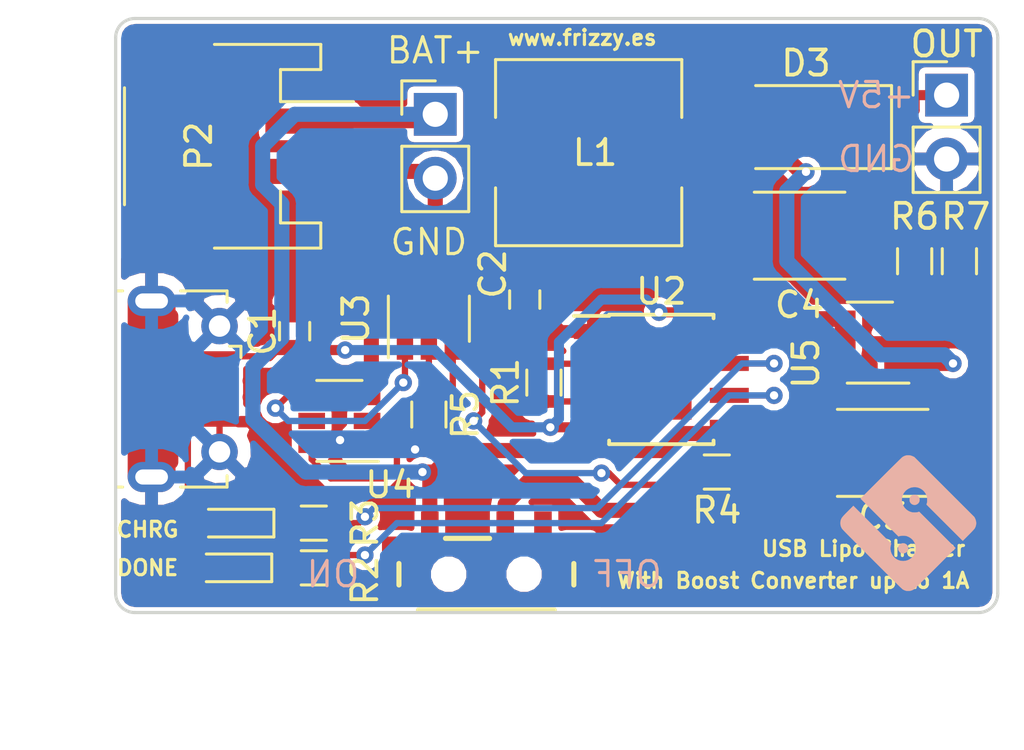
<source format=kicad_pcb>
(kicad_pcb (version 20171130) (host pcbnew 5.0.2-bee76a0~70~ubuntu18.04.1)

  (general
    (thickness 1.6)
    (drawings 21)
    (tracks 184)
    (zones 0)
    (modules 25)
    (nets 26)
  )

  (page A4)
  (layers
    (0 F.Cu signal)
    (31 B.Cu signal)
    (32 B.Adhes user)
    (33 F.Adhes user)
    (34 B.Paste user)
    (35 F.Paste user)
    (36 B.SilkS user)
    (37 F.SilkS user)
    (38 B.Mask user)
    (39 F.Mask user)
    (40 Dwgs.User user)
    (41 Cmts.User user)
    (42 Eco1.User user)
    (43 Eco2.User user)
    (44 Edge.Cuts user)
    (45 Margin user)
    (46 B.CrtYd user)
    (47 F.CrtYd user)
    (48 B.Fab user)
    (49 F.Fab user)
  )

  (setup
    (last_trace_width 0.254)
    (user_trace_width 0.1524)
    (user_trace_width 0.2)
    (user_trace_width 0.25)
    (user_trace_width 0.3)
    (user_trace_width 0.4)
    (user_trace_width 0.5)
    (user_trace_width 0.6)
    (user_trace_width 0.8)
    (user_trace_width 1)
    (user_trace_width 1.2)
    (user_trace_width 1.5)
    (user_trace_width 2)
    (trace_clearance 0.254)
    (zone_clearance 0.1524)
    (zone_45_only no)
    (trace_min 0.1524)
    (segment_width 0.127)
    (edge_width 0.127)
    (via_size 0.6858)
    (via_drill 0.3302)
    (via_min_size 0.6858)
    (via_min_drill 0.3302)
    (uvia_size 0.508)
    (uvia_drill 0.127)
    (uvias_allowed no)
    (uvia_min_size 0.508)
    (uvia_min_drill 0.127)
    (pcb_text_width 0.127)
    (pcb_text_size 0.6 0.6)
    (mod_edge_width 0.127)
    (mod_text_size 0.6 0.6)
    (mod_text_width 0.127)
    (pad_size 1.524 1.524)
    (pad_drill 0.762)
    (pad_to_mask_clearance 0.05)
    (solder_mask_min_width 0.25)
    (pad_to_paste_clearance -0.04)
    (aux_axis_origin 0 0)
    (visible_elements FFFDFF7F)
    (pcbplotparams
      (layerselection 0x3ffff_80000001)
      (usegerberextensions true)
      (usegerberattributes true)
      (usegerberadvancedattributes false)
      (creategerberjobfile false)
      (excludeedgelayer true)
      (linewidth 0.127000)
      (plotframeref false)
      (viasonmask false)
      (mode 1)
      (useauxorigin false)
      (hpglpennumber 1)
      (hpglpenspeed 20)
      (hpglpendiameter 15.000000)
      (psnegative false)
      (psa4output false)
      (plotreference true)
      (plotvalue true)
      (plotinvisibletext false)
      (padsonsilk false)
      (subtractmaskfromsilk false)
      (outputformat 1)
      (mirror false)
      (drillshape 0)
      (scaleselection 1)
      (outputdirectory "CAM/"))
  )

  (net 0 "")
  (net 1 GND)
  (net 2 Vusb)
  (net 3 "Net-(C2-Pad1)")
  (net 4 BAT-)
  (net 5 "Net-(C3-Pad1)")
  (net 6 5V)
  (net 7 "Net-(D1-Pad1)")
  (net 8 "Net-(D2-Pad1)")
  (net 9 "Net-(D3-Pad2)")
  (net 10 "Net-(P1-Pad2)")
  (net 11 "Net-(P1-Pad4)")
  (net 12 "Net-(P1-Pad3)")
  (net 13 BAT+)
  (net 14 "Net-(R1-Pad1)")
  (net 15 "Net-(R2-Pad1)")
  (net 16 "Net-(R3-Pad1)")
  (net 17 "Net-(R5-Pad1)")
  (net 18 "Net-(R6-Pad2)")
  (net 19 "Net-(SW1-Pad1)")
  (net 20 "Net-(U3-Pad1)")
  (net 21 "Net-(U3-Pad3)")
  (net 22 "Net-(U3-Pad4)")
  (net 23 "Net-(U4-Pad5)")
  (net 24 "Net-(U4-Pad2)")
  (net 25 "Net-(U5-Pad6)")

  (net_class Default "Dit is de standaard class."
    (clearance 0.254)
    (trace_width 0.254)
    (via_dia 0.6858)
    (via_drill 0.3302)
    (uvia_dia 0.508)
    (uvia_drill 0.127)
    (add_net 5V)
    (add_net BAT+)
    (add_net BAT-)
    (add_net GND)
    (add_net "Net-(C2-Pad1)")
    (add_net "Net-(C3-Pad1)")
    (add_net "Net-(D1-Pad1)")
    (add_net "Net-(D2-Pad1)")
    (add_net "Net-(D3-Pad2)")
    (add_net "Net-(P1-Pad2)")
    (add_net "Net-(P1-Pad3)")
    (add_net "Net-(P1-Pad4)")
    (add_net "Net-(R1-Pad1)")
    (add_net "Net-(R2-Pad1)")
    (add_net "Net-(R3-Pad1)")
    (add_net "Net-(R5-Pad1)")
    (add_net "Net-(R6-Pad2)")
    (add_net "Net-(SW1-Pad1)")
    (add_net "Net-(U3-Pad1)")
    (add_net "Net-(U3-Pad3)")
    (add_net "Net-(U3-Pad4)")
    (add_net "Net-(U4-Pad2)")
    (add_net "Net-(U4-Pad5)")
    (add_net "Net-(U5-Pad6)")
    (add_net Vusb)
  )

  (net_class 0.2mm ""
    (clearance 0.2)
    (trace_width 0.2)
    (via_dia 0.6858)
    (via_drill 0.3302)
    (uvia_dia 0.508)
    (uvia_drill 0.127)
  )

  (net_class Minimal ""
    (clearance 0.1524)
    (trace_width 0.1524)
    (via_dia 0.6858)
    (via_drill 0.3302)
    (uvia_dia 0.508)
    (uvia_drill 0.127)
  )

  (module Housings_SOIC:HTSOP-8-1EP_3.9x4.9mm_Pitch1.27mm_ThermalVias (layer F.Cu) (tedit 5C17B84C) (tstamp 5C2462B2)
    (at 139.286 84.709)
    (descr "8-pin HTSOP package with 1.27mm pin pitch, compatible with SOIC-8, 3.9x4.9mm² body, exposed pad, thermal vias, https://media.digikey.com/pdf/Data%20Sheets/Rohm%20PDFs/BD9G341EFJ.pdf")
    (tags "HTSOP 1.27")
    (path /5C16977B)
    (attr smd)
    (fp_text reference U2 (at 0 -3.5) (layer F.SilkS)
      (effects (font (size 1 1) (thickness 0.15)))
    )
    (fp_text value TP4056 (at 0 3.5) (layer F.Fab)
      (effects (font (size 1 1) (thickness 0.15)))
    )
    (fp_text user %R (at 0 0) (layer F.Fab)
      (effects (font (size 0.9 0.9) (thickness 0.135)))
    )
    (fp_line (start -0.95 -2.45) (end 1.95 -2.45) (layer F.Fab) (width 0.15))
    (fp_line (start 1.95 -2.45) (end 1.95 2.45) (layer F.Fab) (width 0.15))
    (fp_line (start 1.95 2.45) (end -1.95 2.45) (layer F.Fab) (width 0.15))
    (fp_line (start -1.95 2.45) (end -1.95 -1.45) (layer F.Fab) (width 0.15))
    (fp_line (start -1.95 -1.45) (end -0.95 -2.45) (layer F.Fab) (width 0.15))
    (fp_line (start -3.75 -2.75) (end -3.75 2.75) (layer F.CrtYd) (width 0.05))
    (fp_line (start 3.75 -2.75) (end 3.75 2.75) (layer F.CrtYd) (width 0.05))
    (fp_line (start -3.75 -2.75) (end 3.75 -2.75) (layer F.CrtYd) (width 0.05))
    (fp_line (start -3.75 2.75) (end 3.75 2.75) (layer F.CrtYd) (width 0.05))
    (fp_line (start -2.075 -2.575) (end -2.075 -2.525) (layer F.SilkS) (width 0.15))
    (fp_line (start 2.075 -2.575) (end 2.075 -2.43) (layer F.SilkS) (width 0.15))
    (fp_line (start 2.075 2.575) (end 2.075 2.43) (layer F.SilkS) (width 0.15))
    (fp_line (start -2.075 2.575) (end -2.075 2.43) (layer F.SilkS) (width 0.15))
    (fp_line (start -2.075 -2.575) (end 2.075 -2.575) (layer F.SilkS) (width 0.15))
    (fp_line (start -2.075 2.575) (end 2.075 2.575) (layer F.SilkS) (width 0.15))
    (fp_line (start -2.075 -2.525) (end -3.475 -2.525) (layer F.SilkS) (width 0.15))
    (pad 1 smd rect (at -2.7 -1.905) (size 1.55 0.6) (layers F.Cu F.Paste F.Mask)
      (net 1 GND))
    (pad 2 smd rect (at -2.7 -0.635) (size 1.55 0.6) (layers F.Cu F.Paste F.Mask)
      (net 14 "Net-(R1-Pad1)"))
    (pad 3 smd rect (at -2.7 0.635) (size 1.55 0.6) (layers F.Cu F.Paste F.Mask)
      (net 1 GND))
    (pad 4 smd rect (at -2.7 1.905) (size 1.55 0.6) (layers F.Cu F.Paste F.Mask)
      (net 2 Vusb))
    (pad 5 smd rect (at 2.7 1.905) (size 1.55 0.6) (layers F.Cu F.Paste F.Mask)
      (net 13 BAT+))
    (pad 6 smd rect (at 2.7 0.635) (size 1.55 0.6) (layers F.Cu F.Paste F.Mask)
      (net 15 "Net-(R2-Pad1)"))
    (pad 7 smd rect (at 2.7 -0.635) (size 1.55 0.6) (layers F.Cu F.Paste F.Mask)
      (net 16 "Net-(R3-Pad1)"))
    (pad 8 smd rect (at 2.7 -1.905) (size 1.55 0.6) (layers F.Cu F.Paste F.Mask)
      (net 2 Vusb))
    (pad 9 smd rect (at 0.6 0.8) (size 1.2 1.6) (layers F.Cu F.Paste F.Mask)
      (solder_paste_margin_ratio -0.2))
    (pad 9 smd rect (at 0.6 -0.8) (size 1.2 1.6) (layers F.Cu F.Paste F.Mask)
      (solder_paste_margin_ratio -0.2))
    (pad 9 smd rect (at -0.6 0.8) (size 1.2 1.6) (layers F.Cu F.Paste F.Mask)
      (solder_paste_margin_ratio -0.2))
    (pad 9 smd rect (at -0.6 -0.8) (size 1.2 1.6) (layers F.Cu F.Paste F.Mask)
      (solder_paste_margin_ratio -0.2))
    (model ${KISYS3DMOD}/Housings_SOIC.3dshapes/HTSOP-8-1EP_3.9x4.9mm_Pitch1.27mm.wrl
      (at (xyz 0 0 0))
      (scale (xyz 1 1 1))
      (rotate (xyz 0 0 0))
    )
    (model ${KISYS3DMOD}/Package_SO.3dshapes/HSOP-8-1EP_3.9x4.9mm_P1.27mm_EP2.41x3.1mm.wrl
      (at (xyz 0 0 0))
      (scale (xyz 1 1 1))
      (rotate (xyz 0 0 0))
    )
  )

  (module Capacitors_SMD:C_0603 (layer F.Cu) (tedit 59958EE7) (tstamp 5C2460F3)
    (at 124.714 82.792 90)
    (descr "Capacitor SMD 0603, reflow soldering, AVX (see smccp.pdf)")
    (tags "capacitor 0603")
    (path /5C16AC67)
    (attr smd)
    (fp_text reference C1 (at 0 -1.27 90) (layer F.SilkS)
      (effects (font (size 1 1) (thickness 0.15)))
    )
    (fp_text value 10uF (at 0 1.5 90) (layer F.Fab)
      (effects (font (size 1 1) (thickness 0.15)))
    )
    (fp_line (start 1.4 0.65) (end -1.4 0.65) (layer F.CrtYd) (width 0.05))
    (fp_line (start 1.4 0.65) (end 1.4 -0.65) (layer F.CrtYd) (width 0.05))
    (fp_line (start -1.4 -0.65) (end -1.4 0.65) (layer F.CrtYd) (width 0.05))
    (fp_line (start -1.4 -0.65) (end 1.4 -0.65) (layer F.CrtYd) (width 0.05))
    (fp_line (start 0.35 0.6) (end -0.35 0.6) (layer F.SilkS) (width 0.12))
    (fp_line (start -0.35 -0.6) (end 0.35 -0.6) (layer F.SilkS) (width 0.12))
    (fp_line (start -0.8 -0.4) (end 0.8 -0.4) (layer F.Fab) (width 0.1))
    (fp_line (start 0.8 -0.4) (end 0.8 0.4) (layer F.Fab) (width 0.1))
    (fp_line (start 0.8 0.4) (end -0.8 0.4) (layer F.Fab) (width 0.1))
    (fp_line (start -0.8 0.4) (end -0.8 -0.4) (layer F.Fab) (width 0.1))
    (fp_text user %R (at 0 0 90) (layer F.Fab)
      (effects (font (size 0.3 0.3) (thickness 0.075)))
    )
    (pad 2 smd rect (at 0.75 0 90) (size 0.8 0.75) (layers F.Cu F.Paste F.Mask)
      (net 1 GND))
    (pad 1 smd rect (at -0.75 0 90) (size 0.8 0.75) (layers F.Cu F.Paste F.Mask)
      (net 2 Vusb))
    (model Capacitors_SMD.3dshapes/C_0603.wrl
      (at (xyz 0 0 0))
      (scale (xyz 1 1 1))
      (rotate (xyz 0 0 0))
    )
  )

  (module Capacitors_SMD:C_0603 (layer F.Cu) (tedit 59958EE7) (tstamp 5C248BE0)
    (at 133.858 81.534 90)
    (descr "Capacitor SMD 0603, reflow soldering, AVX (see smccp.pdf)")
    (tags "capacitor 0603")
    (path /5C16A50A)
    (attr smd)
    (fp_text reference C2 (at 1.016 -1.27 90) (layer F.SilkS)
      (effects (font (size 1 1) (thickness 0.15)))
    )
    (fp_text value 0.1uF (at 0 1.5 90) (layer F.Fab)
      (effects (font (size 1 1) (thickness 0.15)))
    )
    (fp_text user %R (at 0 0 90) (layer F.Fab)
      (effects (font (size 0.3 0.3) (thickness 0.075)))
    )
    (fp_line (start -0.8 0.4) (end -0.8 -0.4) (layer F.Fab) (width 0.1))
    (fp_line (start 0.8 0.4) (end -0.8 0.4) (layer F.Fab) (width 0.1))
    (fp_line (start 0.8 -0.4) (end 0.8 0.4) (layer F.Fab) (width 0.1))
    (fp_line (start -0.8 -0.4) (end 0.8 -0.4) (layer F.Fab) (width 0.1))
    (fp_line (start -0.35 -0.6) (end 0.35 -0.6) (layer F.SilkS) (width 0.12))
    (fp_line (start 0.35 0.6) (end -0.35 0.6) (layer F.SilkS) (width 0.12))
    (fp_line (start -1.4 -0.65) (end 1.4 -0.65) (layer F.CrtYd) (width 0.05))
    (fp_line (start -1.4 -0.65) (end -1.4 0.65) (layer F.CrtYd) (width 0.05))
    (fp_line (start 1.4 0.65) (end 1.4 -0.65) (layer F.CrtYd) (width 0.05))
    (fp_line (start 1.4 0.65) (end -1.4 0.65) (layer F.CrtYd) (width 0.05))
    (pad 1 smd rect (at -0.75 0 90) (size 0.8 0.75) (layers F.Cu F.Paste F.Mask)
      (net 3 "Net-(C2-Pad1)"))
    (pad 2 smd rect (at 0.75 0 90) (size 0.8 0.75) (layers F.Cu F.Paste F.Mask)
      (net 4 BAT-))
    (model Capacitors_SMD.3dshapes/C_0603.wrl
      (at (xyz 0 0 0))
      (scale (xyz 1 1 1))
      (rotate (xyz 0 0 0))
    )
  )

  (module Capacitors_SMD:C_1812 (layer F.Cu) (tedit 58AA850E) (tstamp 5C248EBC)
    (at 148.082 87.63)
    (descr "Capacitor SMD 1812, reflow soldering, AVX (see smccp.pdf)")
    (tags "capacitor 1812")
    (path /5C16CF5D)
    (attr smd)
    (fp_text reference C3 (at 0 2.54) (layer F.SilkS)
      (effects (font (size 1 1) (thickness 0.15)))
    )
    (fp_text value 22uF (at 0 2.75) (layer F.Fab)
      (effects (font (size 1 1) (thickness 0.15)))
    )
    (fp_line (start 3.05 1.85) (end -3.05 1.85) (layer F.CrtYd) (width 0.05))
    (fp_line (start 3.05 1.85) (end 3.05 -1.85) (layer F.CrtYd) (width 0.05))
    (fp_line (start -3.05 -1.85) (end -3.05 1.85) (layer F.CrtYd) (width 0.05))
    (fp_line (start -3.05 -1.85) (end 3.05 -1.85) (layer F.CrtYd) (width 0.05))
    (fp_line (start -1.8 1.73) (end 1.8 1.73) (layer F.SilkS) (width 0.12))
    (fp_line (start 1.8 -1.73) (end -1.8 -1.73) (layer F.SilkS) (width 0.12))
    (fp_line (start -2.25 -1.6) (end 2.25 -1.6) (layer F.Fab) (width 0.1))
    (fp_line (start 2.25 -1.6) (end 2.25 1.6) (layer F.Fab) (width 0.1))
    (fp_line (start 2.25 1.6) (end -2.25 1.6) (layer F.Fab) (width 0.1))
    (fp_line (start -2.25 1.6) (end -2.25 -1.6) (layer F.Fab) (width 0.1))
    (fp_text user %R (at 0 -2.75) (layer F.Fab)
      (effects (font (size 1 1) (thickness 0.15)))
    )
    (pad 2 smd rect (at 2.3 0) (size 1 3) (layers F.Cu F.Paste F.Mask)
      (net 1 GND))
    (pad 1 smd rect (at -2.3 0) (size 1 3) (layers F.Cu F.Paste F.Mask)
      (net 5 "Net-(C3-Pad1)"))
    (model Capacitors_SMD.3dshapes/C_1812.wrl
      (at (xyz 0 0 0))
      (scale (xyz 1 1 1))
      (rotate (xyz 0 0 0))
    )
  )

  (module Capacitors_SMD:C_1812 (layer F.Cu) (tedit 58AA850E) (tstamp 5C246126)
    (at 144.78 78.994 180)
    (descr "Capacitor SMD 1812, reflow soldering, AVX (see smccp.pdf)")
    (tags "capacitor 1812")
    (path /5C185F71)
    (attr smd)
    (fp_text reference C4 (at 0 -2.75 180) (layer F.SilkS)
      (effects (font (size 1 1) (thickness 0.15)))
    )
    (fp_text value 22uF (at 0 2.75 180) (layer F.Fab)
      (effects (font (size 1 1) (thickness 0.15)))
    )
    (fp_text user %R (at 0 -2.75 180) (layer F.Fab)
      (effects (font (size 1 1) (thickness 0.15)))
    )
    (fp_line (start -2.25 1.6) (end -2.25 -1.6) (layer F.Fab) (width 0.1))
    (fp_line (start 2.25 1.6) (end -2.25 1.6) (layer F.Fab) (width 0.1))
    (fp_line (start 2.25 -1.6) (end 2.25 1.6) (layer F.Fab) (width 0.1))
    (fp_line (start -2.25 -1.6) (end 2.25 -1.6) (layer F.Fab) (width 0.1))
    (fp_line (start 1.8 -1.73) (end -1.8 -1.73) (layer F.SilkS) (width 0.12))
    (fp_line (start -1.8 1.73) (end 1.8 1.73) (layer F.SilkS) (width 0.12))
    (fp_line (start -3.05 -1.85) (end 3.05 -1.85) (layer F.CrtYd) (width 0.05))
    (fp_line (start -3.05 -1.85) (end -3.05 1.85) (layer F.CrtYd) (width 0.05))
    (fp_line (start 3.05 1.85) (end 3.05 -1.85) (layer F.CrtYd) (width 0.05))
    (fp_line (start 3.05 1.85) (end -3.05 1.85) (layer F.CrtYd) (width 0.05))
    (pad 1 smd rect (at -2.3 0 180) (size 1 3) (layers F.Cu F.Paste F.Mask)
      (net 6 5V))
    (pad 2 smd rect (at 2.3 0 180) (size 1 3) (layers F.Cu F.Paste F.Mask)
      (net 1 GND))
    (model Capacitors_SMD.3dshapes/C_1812.wrl
      (at (xyz 0 0 0))
      (scale (xyz 1 1 1))
      (rotate (xyz 0 0 0))
    )
  )

  (module LEDs:LED_0603_HandSoldering (layer F.Cu) (tedit 5C17F1EB) (tstamp 5C24613B)
    (at 122.004 92.202 180)
    (descr "LED SMD 0603, hand soldering")
    (tags "LED 0603")
    (path /5C16A7BD)
    (attr smd)
    (fp_text reference D1 (at -1.694 -1.27 180) (layer F.SilkS) hide
      (effects (font (size 1 1) (thickness 0.15)))
    )
    (fp_text value GREEN (at 0 1.55 180) (layer F.Fab)
      (effects (font (size 1 1) (thickness 0.15)))
    )
    (fp_line (start -0.8 -0.4) (end -0.8 0.4) (layer F.Fab) (width 0.1))
    (fp_line (start 1.95 0.7) (end -1.96 0.7) (layer F.CrtYd) (width 0.05))
    (fp_line (start 1.95 0.7) (end 1.95 -0.7) (layer F.CrtYd) (width 0.05))
    (fp_line (start -1.96 -0.7) (end -1.96 0.7) (layer F.CrtYd) (width 0.05))
    (fp_line (start -1.96 -0.7) (end 1.95 -0.7) (layer F.CrtYd) (width 0.05))
    (fp_line (start -1.8 -0.55) (end 0.8 -0.55) (layer F.SilkS) (width 0.12))
    (fp_line (start -1.8 0.55) (end 0.8 0.55) (layer F.SilkS) (width 0.12))
    (fp_line (start -0.8 -0.4) (end 0.8 -0.4) (layer F.Fab) (width 0.1))
    (fp_line (start 0.8 -0.4) (end 0.8 0.4) (layer F.Fab) (width 0.1))
    (fp_line (start 0.8 0.4) (end -0.8 0.4) (layer F.Fab) (width 0.1))
    (fp_line (start 0.15 -0.2) (end 0.15 0.2) (layer F.Fab) (width 0.1))
    (fp_line (start 0.15 0.2) (end -0.15 0) (layer F.Fab) (width 0.1))
    (fp_line (start -0.15 0) (end 0.15 -0.2) (layer F.Fab) (width 0.1))
    (fp_line (start -0.2 -0.2) (end -0.2 0.2) (layer F.Fab) (width 0.1))
    (fp_line (start -1.8 -0.55) (end -1.8 0.55) (layer F.SilkS) (width 0.12))
    (pad 2 smd rect (at 1.1 0 180) (size 1.2 0.9) (layers F.Cu F.Paste F.Mask)
      (net 2 Vusb))
    (pad 1 smd rect (at -1.1 0 180) (size 1.2 0.9) (layers F.Cu F.Paste F.Mask)
      (net 7 "Net-(D1-Pad1)"))
    (model ${KISYS3DMOD}/LEDs.3dshapes/LED_0603.wrl
      (at (xyz 0 0 0))
      (scale (xyz 1 1 1))
      (rotate (xyz 0 0 180))
    )
  )

  (module LEDs:LED_0603_HandSoldering (layer F.Cu) (tedit 5C17F1EF) (tstamp 5C248B2C)
    (at 122.09 90.424 180)
    (descr "LED SMD 0603, hand soldering")
    (tags "LED 0603")
    (path /5C16A773)
    (attr smd)
    (fp_text reference D2 (at -1.608 1.27 180) (layer F.SilkS) hide
      (effects (font (size 1 1) (thickness 0.15)))
    )
    (fp_text value RED (at 0 1.55 180) (layer F.Fab)
      (effects (font (size 1 1) (thickness 0.15)))
    )
    (fp_line (start -1.8 -0.55) (end -1.8 0.55) (layer F.SilkS) (width 0.12))
    (fp_line (start -0.2 -0.2) (end -0.2 0.2) (layer F.Fab) (width 0.1))
    (fp_line (start -0.15 0) (end 0.15 -0.2) (layer F.Fab) (width 0.1))
    (fp_line (start 0.15 0.2) (end -0.15 0) (layer F.Fab) (width 0.1))
    (fp_line (start 0.15 -0.2) (end 0.15 0.2) (layer F.Fab) (width 0.1))
    (fp_line (start 0.8 0.4) (end -0.8 0.4) (layer F.Fab) (width 0.1))
    (fp_line (start 0.8 -0.4) (end 0.8 0.4) (layer F.Fab) (width 0.1))
    (fp_line (start -0.8 -0.4) (end 0.8 -0.4) (layer F.Fab) (width 0.1))
    (fp_line (start -1.8 0.55) (end 0.8 0.55) (layer F.SilkS) (width 0.12))
    (fp_line (start -1.8 -0.55) (end 0.8 -0.55) (layer F.SilkS) (width 0.12))
    (fp_line (start -1.96 -0.7) (end 1.95 -0.7) (layer F.CrtYd) (width 0.05))
    (fp_line (start -1.96 -0.7) (end -1.96 0.7) (layer F.CrtYd) (width 0.05))
    (fp_line (start 1.95 0.7) (end 1.95 -0.7) (layer F.CrtYd) (width 0.05))
    (fp_line (start 1.95 0.7) (end -1.96 0.7) (layer F.CrtYd) (width 0.05))
    (fp_line (start -0.8 -0.4) (end -0.8 0.4) (layer F.Fab) (width 0.1))
    (pad 1 smd rect (at -1.1 0 180) (size 1.2 0.9) (layers F.Cu F.Paste F.Mask)
      (net 8 "Net-(D2-Pad1)"))
    (pad 2 smd rect (at 1.1 0 180) (size 1.2 0.9) (layers F.Cu F.Paste F.Mask)
      (net 2 Vusb))
    (model ${KISYS3DMOD}/LEDs.3dshapes/LED_0603.wrl
      (at (xyz 0 0 0))
      (scale (xyz 1 1 1))
      (rotate (xyz 0 0 180))
    )
  )

  (module Diodes_SMD:D_SMA (layer F.Cu) (tedit 586432E5) (tstamp 5C246168)
    (at 145.034 74.676 180)
    (descr "Diode SMA (DO-214AC)")
    (tags "Diode SMA (DO-214AC)")
    (path /5C16CAC5)
    (attr smd)
    (fp_text reference D3 (at 0 2.54 180) (layer F.SilkS)
      (effects (font (size 1 1) (thickness 0.15)))
    )
    (fp_text value SS34 (at 0 2.6 180) (layer F.Fab)
      (effects (font (size 1 1) (thickness 0.15)))
    )
    (fp_text user %R (at 0 -2.5 180) (layer F.Fab)
      (effects (font (size 1 1) (thickness 0.15)))
    )
    (fp_line (start -3.4 -1.65) (end -3.4 1.65) (layer F.SilkS) (width 0.12))
    (fp_line (start 2.3 1.5) (end -2.3 1.5) (layer F.Fab) (width 0.1))
    (fp_line (start -2.3 1.5) (end -2.3 -1.5) (layer F.Fab) (width 0.1))
    (fp_line (start 2.3 -1.5) (end 2.3 1.5) (layer F.Fab) (width 0.1))
    (fp_line (start 2.3 -1.5) (end -2.3 -1.5) (layer F.Fab) (width 0.1))
    (fp_line (start -3.5 -1.75) (end 3.5 -1.75) (layer F.CrtYd) (width 0.05))
    (fp_line (start 3.5 -1.75) (end 3.5 1.75) (layer F.CrtYd) (width 0.05))
    (fp_line (start 3.5 1.75) (end -3.5 1.75) (layer F.CrtYd) (width 0.05))
    (fp_line (start -3.5 1.75) (end -3.5 -1.75) (layer F.CrtYd) (width 0.05))
    (fp_line (start -0.64944 0.00102) (end -1.55114 0.00102) (layer F.Fab) (width 0.1))
    (fp_line (start 0.50118 0.00102) (end 1.4994 0.00102) (layer F.Fab) (width 0.1))
    (fp_line (start -0.64944 -0.79908) (end -0.64944 0.80112) (layer F.Fab) (width 0.1))
    (fp_line (start 0.50118 0.75032) (end 0.50118 -0.79908) (layer F.Fab) (width 0.1))
    (fp_line (start -0.64944 0.00102) (end 0.50118 0.75032) (layer F.Fab) (width 0.1))
    (fp_line (start -0.64944 0.00102) (end 0.50118 -0.79908) (layer F.Fab) (width 0.1))
    (fp_line (start -3.4 1.65) (end 2 1.65) (layer F.SilkS) (width 0.12))
    (fp_line (start -3.4 -1.65) (end 2 -1.65) (layer F.SilkS) (width 0.12))
    (pad 1 smd rect (at -2 0 180) (size 2.5 1.8) (layers F.Cu F.Paste F.Mask)
      (net 6 5V))
    (pad 2 smd rect (at 2 0 180) (size 2.5 1.8) (layers F.Cu F.Paste F.Mask)
      (net 9 "Net-(D3-Pad2)"))
    (model ${KISYS3DMOD}/Diodes_SMD.3dshapes/D_SMA.wrl
      (at (xyz 0 0 0))
      (scale (xyz 1 1 1))
      (rotate (xyz 0 0 0))
    )
  )

  (module Inductors_SMD:L_7.3x7.3_H4.5 (layer F.Cu) (tedit 5990349C) (tstamp 5C246181)
    (at 136.398 75.692)
    (descr "Choke, SMD, 7.3x7.3mm 4.5mm height")
    (tags "Choke SMD")
    (path /5C16C101)
    (attr smd)
    (fp_text reference L1 (at 0.254 0) (layer F.SilkS)
      (effects (font (size 1 1) (thickness 0.15)))
    )
    (fp_text value 22nH (at 0 4.45) (layer F.Fab)
      (effects (font (size 1 1) (thickness 0.15)))
    )
    (fp_text user %R (at 0.254 0) (layer F.Fab)
      (effects (font (size 1 1) (thickness 0.15)))
    )
    (fp_line (start 3.7 1.4) (end 3.7 3.7) (layer F.SilkS) (width 0.12))
    (fp_line (start 3.7 3.7) (end -3.7 3.7) (layer F.SilkS) (width 0.12))
    (fp_line (start -3.7 3.7) (end -3.7 1.4) (layer F.SilkS) (width 0.12))
    (fp_line (start -3.7 -1.4) (end -3.7 -3.7) (layer F.SilkS) (width 0.12))
    (fp_line (start -3.7 -3.7) (end 3.7 -3.7) (layer F.SilkS) (width 0.12))
    (fp_line (start 3.7 -3.7) (end 3.7 -1.4) (layer F.SilkS) (width 0.12))
    (fp_line (start -4.2 -3.9) (end -4.2 3.9) (layer F.CrtYd) (width 0.05))
    (fp_line (start -4.2 3.9) (end 4.2 3.9) (layer F.CrtYd) (width 0.05))
    (fp_line (start 4.2 3.9) (end 4.2 -3.9) (layer F.CrtYd) (width 0.05))
    (fp_line (start 4.2 -3.9) (end -4.2 -3.9) (layer F.CrtYd) (width 0.05))
    (fp_line (start 3.65 3.65) (end 3.65 1.4) (layer F.Fab) (width 0.1))
    (fp_line (start 3.65 -3.65) (end 3.65 -1.4) (layer F.Fab) (width 0.1))
    (fp_line (start -3.65 3.65) (end -3.65 1.4) (layer F.Fab) (width 0.1))
    (fp_line (start -3.65 -3.65) (end -3.65 -1.4) (layer F.Fab) (width 0.1))
    (fp_line (start 3.65 3.65) (end -3.65 3.65) (layer F.Fab) (width 0.1))
    (fp_line (start -3.65 -3.65) (end 3.65 -3.65) (layer F.Fab) (width 0.1))
    (fp_arc (start 0 0) (end 2.29 2.29) (angle 90) (layer F.Fab) (width 0.1))
    (fp_arc (start 0 0) (end -2.29 -2.29) (angle 90) (layer F.Fab) (width 0.1))
    (pad 1 smd rect (at -3.2 0) (size 1.5 2.2) (layers F.Cu F.Paste F.Mask)
      (net 5 "Net-(C3-Pad1)"))
    (pad 2 smd rect (at 3.2 0) (size 1.5 2.2) (layers F.Cu F.Paste F.Mask)
      (net 9 "Net-(D3-Pad2)"))
    (model ${KISYS3DMOD}/Inductors_SMD.3dshapes/L_7.3x7.3_H4.5.wrl
      (at (xyz 0 0 0))
      (scale (xyz 1 1 1))
      (rotate (xyz 0 0 0))
    )
    (model ${KISYS3DMOD}/Inductor_SMD.3dshapes/L_Bourns_SRR1260.step
      (at (xyz 0 0 0))
      (scale (xyz 0.6 0.6 0.6))
      (rotate (xyz 0 0 0))
    )
  )

  (module Connectors_USB:USB_Micro-B_Molex-105017-0001 (layer F.Cu) (tedit 5C17F0C3) (tstamp 5C2461AA)
    (at 119.38 85.09 270)
    (descr http://www.molex.com/pdm_docs/sd/1050170001_sd.pdf)
    (tags "Micro-USB SMD Typ-B")
    (path /5C1992D5)
    (attr smd)
    (fp_text reference P1 (at 2.286 -4.318 270) (layer F.SilkS) hide
      (effects (font (size 1 1) (thickness 0.15)))
    )
    (fp_text value USB_OTG (at 0.3 3.45 270) (layer F.Fab)
      (effects (font (size 1 1) (thickness 0.15)))
    )
    (fp_line (start -4.4 2.75) (end 4.4 2.75) (layer F.CrtYd) (width 0.05))
    (fp_line (start 4.4 -3.35) (end 4.4 2.75) (layer F.CrtYd) (width 0.05))
    (fp_line (start -4.4 -3.35) (end 4.4 -3.35) (layer F.CrtYd) (width 0.05))
    (fp_line (start -4.4 2.75) (end -4.4 -3.35) (layer F.CrtYd) (width 0.05))
    (fp_text user "PCB Edge" (at 0 1.8 270) (layer Dwgs.User)
      (effects (font (size 0.5 0.5) (thickness 0.08)))
    )
    (fp_line (start -3.9 -2.65) (end -3.45 -2.65) (layer F.SilkS) (width 0.12))
    (fp_line (start -3.9 -0.8) (end -3.9 -2.65) (layer F.SilkS) (width 0.12))
    (fp_line (start 3.9 1.75) (end 3.9 1.5) (layer F.SilkS) (width 0.12))
    (fp_line (start 3.75 2.5) (end 3.75 -2.5) (layer F.Fab) (width 0.1))
    (fp_line (start -3 1.801704) (end 3 1.801704) (layer F.Fab) (width 0.1))
    (fp_line (start -3.75 2.501704) (end 3.75 2.501704) (layer F.Fab) (width 0.1))
    (fp_line (start -3.75 -2.5) (end 3.75 -2.5) (layer F.Fab) (width 0.1))
    (fp_line (start -3.75 2.5) (end -3.75 -2.5) (layer F.Fab) (width 0.1))
    (fp_line (start -3.9 1.75) (end -3.9 1.5) (layer F.SilkS) (width 0.12))
    (fp_line (start 3.9 -0.8) (end 3.9 -2.65) (layer F.SilkS) (width 0.12))
    (fp_line (start 3.9 -2.65) (end 3.45 -2.65) (layer F.SilkS) (width 0.12))
    (fp_text user %R (at 0 0 270) (layer F.Fab)
      (effects (font (size 1 1) (thickness 0.15)))
    )
    (fp_line (start -1.7 -3.2) (end -1.25 -3.2) (layer F.SilkS) (width 0.12))
    (fp_line (start -1.7 -3.2) (end -1.7 -2.75) (layer F.SilkS) (width 0.12))
    (fp_line (start -1.3 -2.6) (end -1.5 -2.8) (layer F.Fab) (width 0.1))
    (fp_line (start -1.1 -2.8) (end -1.3 -2.6) (layer F.Fab) (width 0.1))
    (fp_line (start -1.5 -3.01) (end -1.1 -3.01) (layer F.Fab) (width 0.1))
    (fp_line (start -1.5 -3.01) (end -1.5 -2.8) (layer F.Fab) (width 0.1))
    (fp_line (start -1.1 -3.01) (end -1.1 -2.8) (layer F.Fab) (width 0.1))
    (pad 6 smd rect (at 1 0.35 270) (size 1.5 1.9) (layers F.Cu F.Paste F.Mask)
      (net 1 GND))
    (pad 6 thru_hole circle (at -2.5 -2.35 270) (size 1.45 1.45) (drill 0.85) (layers *.Cu *.Mask)
      (net 1 GND))
    (pad 2 smd rect (at -0.65 -2.35 270) (size 0.4 1.35) (layers F.Cu F.Paste F.Mask)
      (net 10 "Net-(P1-Pad2)"))
    (pad 1 smd rect (at -1.3 -2.35 270) (size 0.4 1.35) (layers F.Cu F.Paste F.Mask)
      (net 2 Vusb))
    (pad 5 smd rect (at 1.3 -2.35 270) (size 0.4 1.35) (layers F.Cu F.Paste F.Mask)
      (net 1 GND))
    (pad 4 smd rect (at 0.65 -2.35 270) (size 0.4 1.35) (layers F.Cu F.Paste F.Mask)
      (net 11 "Net-(P1-Pad4)"))
    (pad 3 smd rect (at 0 -2.35 270) (size 0.4 1.35) (layers F.Cu F.Paste F.Mask)
      (net 12 "Net-(P1-Pad3)"))
    (pad 6 thru_hole circle (at 2.5 -2.35 270) (size 1.45 1.45) (drill 0.85) (layers *.Cu *.Mask)
      (net 1 GND))
    (pad 6 smd rect (at -1 0.35 270) (size 1.5 1.9) (layers F.Cu F.Paste F.Mask)
      (net 1 GND))
    (pad 6 thru_hole oval (at -3.5 0.35 90) (size 1.2 1.9) (drill oval 0.6 1.3) (layers *.Cu *.Mask)
      (net 1 GND))
    (pad 6 thru_hole oval (at 3.5 0.35 270) (size 1.2 1.9) (drill oval 0.6 1.3) (layers *.Cu *.Mask)
      (net 1 GND))
    (pad 6 smd rect (at 2.9 0.35 270) (size 1.2 1.9) (layers F.Cu F.Mask)
      (net 1 GND))
    (pad 6 smd rect (at -2.9 0.35 270) (size 1.2 1.9) (layers F.Cu F.Mask)
      (net 1 GND))
    (model ${KISYS3DMOD}/Connectors_USB.3dshapes/USB_Micro-B_Molex-105017-0001.wrl
      (at (xyz 0 0 0))
      (scale (xyz 1 1 1))
      (rotate (xyz 0 0 0))
    )
    (model "${KISYS3DMOD}/Modelos 3D descargados/Molex_Mirco_USB_105017-0001.wrl"
      (offset (xyz 0 2.5 -0.5))
      (scale (xyz 1 1 1))
      (rotate (xyz 0 0 0))
    )
  )

  (module Connectors_JST:JST_PH_S2B-PH-SM4-TB_02x2.00mm_Angled (layer F.Cu) (tedit 58D404C7) (tstamp 5C2461CB)
    (at 122.428 75.438 270)
    (descr "JST PH series connector, S2B-PH-SM4-TB, side entry type, surface mount, Datasheet: http://www.jst-mfg.com/product/pdf/eng/ePH.pdf")
    (tags "connector jst ph")
    (path /5C183694)
    (attr smd)
    (fp_text reference P2 (at 0 1.524 270) (layer F.SilkS)
      (effects (font (size 1 1) (thickness 0.15)))
    )
    (fp_text value BAT-Connector (at 0 5.375 270) (layer F.Fab)
      (effects (font (size 1 1) (thickness 0.15)))
    )
    (fp_line (start -3.15 -1.625) (end -3.15 -3.225) (layer F.Fab) (width 0.1))
    (fp_line (start -3.15 -3.225) (end -3.95 -3.225) (layer F.Fab) (width 0.1))
    (fp_line (start -3.95 -3.225) (end -3.95 4.375) (layer F.Fab) (width 0.1))
    (fp_line (start -3.95 4.375) (end 3.95 4.375) (layer F.Fab) (width 0.1))
    (fp_line (start 3.95 4.375) (end 3.95 -3.225) (layer F.Fab) (width 0.1))
    (fp_line (start 3.95 -3.225) (end 3.15 -3.225) (layer F.Fab) (width 0.1))
    (fp_line (start 3.15 -3.225) (end 3.15 -1.625) (layer F.Fab) (width 0.1))
    (fp_line (start 3.15 -1.625) (end -3.15 -1.625) (layer F.Fab) (width 0.1))
    (fp_line (start -1.775 -1.725) (end -3.05 -1.725) (layer F.SilkS) (width 0.12))
    (fp_line (start -3.05 -1.725) (end -3.05 -3.325) (layer F.SilkS) (width 0.12))
    (fp_line (start -3.05 -3.325) (end -4.05 -3.325) (layer F.SilkS) (width 0.12))
    (fp_line (start -4.05 -3.325) (end -4.05 0.9) (layer F.SilkS) (width 0.12))
    (fp_line (start 4.05 0.9) (end 4.05 -3.325) (layer F.SilkS) (width 0.12))
    (fp_line (start 4.05 -3.325) (end 3.05 -3.325) (layer F.SilkS) (width 0.12))
    (fp_line (start 3.05 -3.325) (end 3.05 -1.725) (layer F.SilkS) (width 0.12))
    (fp_line (start 3.05 -1.725) (end 1.775 -1.725) (layer F.SilkS) (width 0.12))
    (fp_line (start -2.325 4.475) (end 2.325 4.475) (layer F.SilkS) (width 0.12))
    (fp_line (start -1.775 -1.725) (end -1.775 -4.625) (layer F.SilkS) (width 0.12))
    (fp_line (start -2 -1.625) (end -1 -0.625) (layer F.Fab) (width 0.1))
    (fp_line (start -1 -0.625) (end 0 -1.625) (layer F.Fab) (width 0.1))
    (fp_line (start -4.6 -5.13) (end -4.6 5.07) (layer F.CrtYd) (width 0.05))
    (fp_line (start -4.6 5.07) (end 4.6 5.07) (layer F.CrtYd) (width 0.05))
    (fp_line (start 4.6 5.07) (end 4.6 -5.13) (layer F.CrtYd) (width 0.05))
    (fp_line (start 4.6 -5.13) (end -4.6 -5.13) (layer F.CrtYd) (width 0.05))
    (fp_text user %R (at 0 1.5 270) (layer F.Fab)
      (effects (font (size 1 1) (thickness 0.15)))
    )
    (pad 1 smd rect (at -1 -2.875 270) (size 1 3.5) (layers F.Cu F.Paste F.Mask)
      (net 13 BAT+))
    (pad 2 smd rect (at 1 -2.875 270) (size 1 3.5) (layers F.Cu F.Paste F.Mask)
      (net 4 BAT-))
    (pad "" smd rect (at -3.35 2.875 270) (size 1.5 3.4) (layers F.Cu F.Paste F.Mask))
    (pad "" smd rect (at 3.35 2.875 270) (size 1.5 3.4) (layers F.Cu F.Paste F.Mask))
    (model ${KISYS3DMOD}/Connectors_JST.3dshapes/JST_PH_S2B-PH-SM4-TB_02x2.00mm_Angled.wrl
      (at (xyz 0 0 0))
      (scale (xyz 1 1 1))
      (rotate (xyz 0 0 0))
    )
    (model "${KISYS3DMOD}/Modelos 3D descargados/conn_jst-ph/s2b-ph-sm4-tb.wrl"
      (offset (xyz 0 3 0))
      (scale (xyz 1 1 1))
      (rotate (xyz 0 0 0))
    )
  )

  (module Pin_Headers:Pin_Header_Straight_1x02_Pitch2.54mm (layer F.Cu) (tedit 5C17F113) (tstamp 5C2461E1)
    (at 130.302 74.168)
    (descr "Through hole straight pin header, 1x02, 2.54mm pitch, single row")
    (tags "Through hole pin header THT 1x02 2.54mm single row")
    (path /5C18C931)
    (fp_text reference P3 (at 0 -2.33) (layer F.SilkS) hide
      (effects (font (size 1 1) (thickness 0.15)))
    )
    (fp_text value BAT-THT (at 0 4.87) (layer F.Fab)
      (effects (font (size 1 1) (thickness 0.15)))
    )
    (fp_line (start -0.635 -1.27) (end 1.27 -1.27) (layer F.Fab) (width 0.1))
    (fp_line (start 1.27 -1.27) (end 1.27 3.81) (layer F.Fab) (width 0.1))
    (fp_line (start 1.27 3.81) (end -1.27 3.81) (layer F.Fab) (width 0.1))
    (fp_line (start -1.27 3.81) (end -1.27 -0.635) (layer F.Fab) (width 0.1))
    (fp_line (start -1.27 -0.635) (end -0.635 -1.27) (layer F.Fab) (width 0.1))
    (fp_line (start -1.33 3.87) (end 1.33 3.87) (layer F.SilkS) (width 0.12))
    (fp_line (start -1.33 1.27) (end -1.33 3.87) (layer F.SilkS) (width 0.12))
    (fp_line (start 1.33 1.27) (end 1.33 3.87) (layer F.SilkS) (width 0.12))
    (fp_line (start -1.33 1.27) (end 1.33 1.27) (layer F.SilkS) (width 0.12))
    (fp_line (start -1.33 0) (end -1.33 -1.33) (layer F.SilkS) (width 0.12))
    (fp_line (start -1.33 -1.33) (end 0 -1.33) (layer F.SilkS) (width 0.12))
    (fp_line (start -1.8 -1.8) (end -1.8 4.35) (layer F.CrtYd) (width 0.05))
    (fp_line (start -1.8 4.35) (end 1.8 4.35) (layer F.CrtYd) (width 0.05))
    (fp_line (start 1.8 4.35) (end 1.8 -1.8) (layer F.CrtYd) (width 0.05))
    (fp_line (start 1.8 -1.8) (end -1.8 -1.8) (layer F.CrtYd) (width 0.05))
    (fp_text user %R (at -2.437001 0.968999 90) (layer F.Fab)
      (effects (font (size 1 1) (thickness 0.15)))
    )
    (pad 1 thru_hole rect (at 0 0) (size 1.7 1.7) (drill 1) (layers *.Cu *.Mask)
      (net 13 BAT+))
    (pad 2 thru_hole oval (at 0 2.54) (size 1.7 1.7) (drill 1) (layers *.Cu *.Mask)
      (net 4 BAT-))
  )

  (module Pin_Headers:Pin_Header_Straight_1x02_Pitch2.54mm (layer F.Cu) (tedit 5C17F165) (tstamp 5C2461F7)
    (at 150.622 73.406)
    (descr "Through hole straight pin header, 1x02, 2.54mm pitch, single row")
    (tags "Through hole pin header THT 1x02 2.54mm single row")
    (path /5C183F12)
    (fp_text reference OUT (at 0 -2.032) (layer F.SilkS)
      (effects (font (size 1 1) (thickness 0.15)))
    )
    (fp_text value OUT-5V (at 0 4.87) (layer F.Fab)
      (effects (font (size 1 1) (thickness 0.15)))
    )
    (fp_text user %R (at 0 1.27 90) (layer F.Fab)
      (effects (font (size 1 1) (thickness 0.15)))
    )
    (fp_line (start 1.8 -1.8) (end -1.8 -1.8) (layer F.CrtYd) (width 0.05))
    (fp_line (start 1.8 4.35) (end 1.8 -1.8) (layer F.CrtYd) (width 0.05))
    (fp_line (start -1.8 4.35) (end 1.8 4.35) (layer F.CrtYd) (width 0.05))
    (fp_line (start -1.8 -1.8) (end -1.8 4.35) (layer F.CrtYd) (width 0.05))
    (fp_line (start -1.33 -1.33) (end 0 -1.33) (layer F.SilkS) (width 0.12))
    (fp_line (start -1.33 0) (end -1.33 -1.33) (layer F.SilkS) (width 0.12))
    (fp_line (start -1.33 1.27) (end 1.33 1.27) (layer F.SilkS) (width 0.12))
    (fp_line (start 1.33 1.27) (end 1.33 3.87) (layer F.SilkS) (width 0.12))
    (fp_line (start -1.33 1.27) (end -1.33 3.87) (layer F.SilkS) (width 0.12))
    (fp_line (start -1.33 3.87) (end 1.33 3.87) (layer F.SilkS) (width 0.12))
    (fp_line (start -1.27 -0.635) (end -0.635 -1.27) (layer F.Fab) (width 0.1))
    (fp_line (start -1.27 3.81) (end -1.27 -0.635) (layer F.Fab) (width 0.1))
    (fp_line (start 1.27 3.81) (end -1.27 3.81) (layer F.Fab) (width 0.1))
    (fp_line (start 1.27 -1.27) (end 1.27 3.81) (layer F.Fab) (width 0.1))
    (fp_line (start -0.635 -1.27) (end 1.27 -1.27) (layer F.Fab) (width 0.1))
    (pad 2 thru_hole oval (at 0 2.54) (size 1.7 1.7) (drill 1) (layers *.Cu *.Mask)
      (net 1 GND))
    (pad 1 thru_hole rect (at 0 0) (size 1.7 1.7) (drill 1) (layers *.Cu *.Mask)
      (net 6 5V))
  )

  (module Resistors_SMD:R_0603 (layer F.Cu) (tedit 58E0A804) (tstamp 5C246208)
    (at 134.62 84.836 270)
    (descr "Resistor SMD 0603, reflow soldering, Vishay (see dcrcw.pdf)")
    (tags "resistor 0603")
    (path /5C16AA12)
    (attr smd)
    (fp_text reference R1 (at 0 1.524 270) (layer F.SilkS)
      (effects (font (size 1 1) (thickness 0.15)))
    )
    (fp_text value 4k (at 0 1.5 270) (layer F.Fab)
      (effects (font (size 1 1) (thickness 0.15)))
    )
    (fp_text user %R (at 0 0 270) (layer F.Fab)
      (effects (font (size 0.4 0.4) (thickness 0.075)))
    )
    (fp_line (start -0.8 0.4) (end -0.8 -0.4) (layer F.Fab) (width 0.1))
    (fp_line (start 0.8 0.4) (end -0.8 0.4) (layer F.Fab) (width 0.1))
    (fp_line (start 0.8 -0.4) (end 0.8 0.4) (layer F.Fab) (width 0.1))
    (fp_line (start -0.8 -0.4) (end 0.8 -0.4) (layer F.Fab) (width 0.1))
    (fp_line (start 0.5 0.68) (end -0.5 0.68) (layer F.SilkS) (width 0.12))
    (fp_line (start -0.5 -0.68) (end 0.5 -0.68) (layer F.SilkS) (width 0.12))
    (fp_line (start -1.25 -0.7) (end 1.25 -0.7) (layer F.CrtYd) (width 0.05))
    (fp_line (start -1.25 -0.7) (end -1.25 0.7) (layer F.CrtYd) (width 0.05))
    (fp_line (start 1.25 0.7) (end 1.25 -0.7) (layer F.CrtYd) (width 0.05))
    (fp_line (start 1.25 0.7) (end -1.25 0.7) (layer F.CrtYd) (width 0.05))
    (pad 1 smd rect (at -0.75 0 270) (size 0.5 0.9) (layers F.Cu F.Paste F.Mask)
      (net 14 "Net-(R1-Pad1)"))
    (pad 2 smd rect (at 0.75 0 270) (size 0.5 0.9) (layers F.Cu F.Paste F.Mask)
      (net 1 GND))
    (model ${KISYS3DMOD}/Resistors_SMD.3dshapes/R_0603.wrl
      (at (xyz 0 0 0))
      (scale (xyz 1 1 1))
      (rotate (xyz 0 0 0))
    )
  )

  (module Resistors_SMD:R_0603 (layer F.Cu) (tedit 58E0A804) (tstamp 5C246219)
    (at 125.476 92.202 180)
    (descr "Resistor SMD 0603, reflow soldering, Vishay (see dcrcw.pdf)")
    (tags "resistor 0603")
    (path /5C16C2A9)
    (attr smd)
    (fp_text reference R2 (at -2.032 -0.508 270) (layer F.SilkS)
      (effects (font (size 1 1) (thickness 0.15)))
    )
    (fp_text value 1K (at 0 1.5 180) (layer F.Fab)
      (effects (font (size 1 1) (thickness 0.15)))
    )
    (fp_line (start 1.25 0.7) (end -1.25 0.7) (layer F.CrtYd) (width 0.05))
    (fp_line (start 1.25 0.7) (end 1.25 -0.7) (layer F.CrtYd) (width 0.05))
    (fp_line (start -1.25 -0.7) (end -1.25 0.7) (layer F.CrtYd) (width 0.05))
    (fp_line (start -1.25 -0.7) (end 1.25 -0.7) (layer F.CrtYd) (width 0.05))
    (fp_line (start -0.5 -0.68) (end 0.5 -0.68) (layer F.SilkS) (width 0.12))
    (fp_line (start 0.5 0.68) (end -0.5 0.68) (layer F.SilkS) (width 0.12))
    (fp_line (start -0.8 -0.4) (end 0.8 -0.4) (layer F.Fab) (width 0.1))
    (fp_line (start 0.8 -0.4) (end 0.8 0.4) (layer F.Fab) (width 0.1))
    (fp_line (start 0.8 0.4) (end -0.8 0.4) (layer F.Fab) (width 0.1))
    (fp_line (start -0.8 0.4) (end -0.8 -0.4) (layer F.Fab) (width 0.1))
    (fp_text user %R (at 0 0 180) (layer F.Fab)
      (effects (font (size 0.4 0.4) (thickness 0.075)))
    )
    (pad 2 smd rect (at 0.75 0 180) (size 0.5 0.9) (layers F.Cu F.Paste F.Mask)
      (net 7 "Net-(D1-Pad1)"))
    (pad 1 smd rect (at -0.75 0 180) (size 0.5 0.9) (layers F.Cu F.Paste F.Mask)
      (net 15 "Net-(R2-Pad1)"))
    (model ${KISYS3DMOD}/Resistors_SMD.3dshapes/R_0603.wrl
      (at (xyz 0 0 0))
      (scale (xyz 1 1 1))
      (rotate (xyz 0 0 0))
    )
  )

  (module Resistors_SMD:R_0603 (layer F.Cu) (tedit 58E0A804) (tstamp 5C24622A)
    (at 125.476 90.424 180)
    (descr "Resistor SMD 0603, reflow soldering, Vishay (see dcrcw.pdf)")
    (tags "resistor 0603")
    (path /5C16C3AD)
    (attr smd)
    (fp_text reference R3 (at -2.032 0 270) (layer F.SilkS)
      (effects (font (size 1 1) (thickness 0.15)))
    )
    (fp_text value 1K (at 0 1.5 180) (layer F.Fab)
      (effects (font (size 1 1) (thickness 0.15)))
    )
    (fp_text user %R (at 0 0 180) (layer F.Fab)
      (effects (font (size 0.4 0.4) (thickness 0.075)))
    )
    (fp_line (start -0.8 0.4) (end -0.8 -0.4) (layer F.Fab) (width 0.1))
    (fp_line (start 0.8 0.4) (end -0.8 0.4) (layer F.Fab) (width 0.1))
    (fp_line (start 0.8 -0.4) (end 0.8 0.4) (layer F.Fab) (width 0.1))
    (fp_line (start -0.8 -0.4) (end 0.8 -0.4) (layer F.Fab) (width 0.1))
    (fp_line (start 0.5 0.68) (end -0.5 0.68) (layer F.SilkS) (width 0.12))
    (fp_line (start -0.5 -0.68) (end 0.5 -0.68) (layer F.SilkS) (width 0.12))
    (fp_line (start -1.25 -0.7) (end 1.25 -0.7) (layer F.CrtYd) (width 0.05))
    (fp_line (start -1.25 -0.7) (end -1.25 0.7) (layer F.CrtYd) (width 0.05))
    (fp_line (start 1.25 0.7) (end 1.25 -0.7) (layer F.CrtYd) (width 0.05))
    (fp_line (start 1.25 0.7) (end -1.25 0.7) (layer F.CrtYd) (width 0.05))
    (pad 1 smd rect (at -0.75 0 180) (size 0.5 0.9) (layers F.Cu F.Paste F.Mask)
      (net 16 "Net-(R3-Pad1)"))
    (pad 2 smd rect (at 0.75 0 180) (size 0.5 0.9) (layers F.Cu F.Paste F.Mask)
      (net 8 "Net-(D2-Pad1)"))
    (model ${KISYS3DMOD}/Resistors_SMD.3dshapes/R_0603.wrl
      (at (xyz 0 0 0))
      (scale (xyz 1 1 1))
      (rotate (xyz 0 0 0))
    )
  )

  (module Resistors_SMD:R_0603 (layer F.Cu) (tedit 58E0A804) (tstamp 5C24623B)
    (at 141.49 88.392)
    (descr "Resistor SMD 0603, reflow soldering, Vishay (see dcrcw.pdf)")
    (tags "resistor 0603")
    (path /5C17910E)
    (attr smd)
    (fp_text reference R4 (at 0 1.524) (layer F.SilkS)
      (effects (font (size 1 1) (thickness 0.15)))
    )
    (fp_text value 100R (at 0 1.5) (layer F.Fab)
      (effects (font (size 1 1) (thickness 0.15)))
    )
    (fp_text user %R (at 0 0) (layer F.Fab)
      (effects (font (size 0.4 0.4) (thickness 0.075)))
    )
    (fp_line (start -0.8 0.4) (end -0.8 -0.4) (layer F.Fab) (width 0.1))
    (fp_line (start 0.8 0.4) (end -0.8 0.4) (layer F.Fab) (width 0.1))
    (fp_line (start 0.8 -0.4) (end 0.8 0.4) (layer F.Fab) (width 0.1))
    (fp_line (start -0.8 -0.4) (end 0.8 -0.4) (layer F.Fab) (width 0.1))
    (fp_line (start 0.5 0.68) (end -0.5 0.68) (layer F.SilkS) (width 0.12))
    (fp_line (start -0.5 -0.68) (end 0.5 -0.68) (layer F.SilkS) (width 0.12))
    (fp_line (start -1.25 -0.7) (end 1.25 -0.7) (layer F.CrtYd) (width 0.05))
    (fp_line (start -1.25 -0.7) (end -1.25 0.7) (layer F.CrtYd) (width 0.05))
    (fp_line (start 1.25 0.7) (end 1.25 -0.7) (layer F.CrtYd) (width 0.05))
    (fp_line (start 1.25 0.7) (end -1.25 0.7) (layer F.CrtYd) (width 0.05))
    (pad 1 smd rect (at -0.75 0) (size 0.5 0.9) (layers F.Cu F.Paste F.Mask)
      (net 3 "Net-(C2-Pad1)"))
    (pad 2 smd rect (at 0.75 0) (size 0.5 0.9) (layers F.Cu F.Paste F.Mask)
      (net 13 BAT+))
    (model ${KISYS3DMOD}/Resistors_SMD.3dshapes/R_0603.wrl
      (at (xyz 0 0 0))
      (scale (xyz 1 1 1))
      (rotate (xyz 0 0 0))
    )
  )

  (module Resistors_SMD:R_0603 (layer F.Cu) (tedit 58E0A804) (tstamp 5C24624C)
    (at 130.048 86.106 270)
    (descr "Resistor SMD 0603, reflow soldering, Vishay (see dcrcw.pdf)")
    (tags "resistor 0603")
    (path /5C16EAAF)
    (attr smd)
    (fp_text reference R5 (at 0 -1.45 270) (layer F.SilkS)
      (effects (font (size 1 1) (thickness 0.15)))
    )
    (fp_text value 2K (at 0 1.5 270) (layer F.Fab)
      (effects (font (size 1 1) (thickness 0.15)))
    )
    (fp_line (start 1.25 0.7) (end -1.25 0.7) (layer F.CrtYd) (width 0.05))
    (fp_line (start 1.25 0.7) (end 1.25 -0.7) (layer F.CrtYd) (width 0.05))
    (fp_line (start -1.25 -0.7) (end -1.25 0.7) (layer F.CrtYd) (width 0.05))
    (fp_line (start -1.25 -0.7) (end 1.25 -0.7) (layer F.CrtYd) (width 0.05))
    (fp_line (start -0.5 -0.68) (end 0.5 -0.68) (layer F.SilkS) (width 0.12))
    (fp_line (start 0.5 0.68) (end -0.5 0.68) (layer F.SilkS) (width 0.12))
    (fp_line (start -0.8 -0.4) (end 0.8 -0.4) (layer F.Fab) (width 0.1))
    (fp_line (start 0.8 -0.4) (end 0.8 0.4) (layer F.Fab) (width 0.1))
    (fp_line (start 0.8 0.4) (end -0.8 0.4) (layer F.Fab) (width 0.1))
    (fp_line (start -0.8 0.4) (end -0.8 -0.4) (layer F.Fab) (width 0.1))
    (fp_text user %R (at -0.242 -0.254 270) (layer F.Fab)
      (effects (font (size 0.4 0.4) (thickness 0.075)))
    )
    (pad 2 smd rect (at 0.75 0 270) (size 0.5 0.9) (layers F.Cu F.Paste F.Mask)
      (net 1 GND))
    (pad 1 smd rect (at -0.75 0 270) (size 0.5 0.9) (layers F.Cu F.Paste F.Mask)
      (net 17 "Net-(R5-Pad1)"))
    (model ${KISYS3DMOD}/Resistors_SMD.3dshapes/R_0603.wrl
      (at (xyz 0 0 0))
      (scale (xyz 1 1 1))
      (rotate (xyz 0 0 0))
    )
  )

  (module Resistors_SMD:R_0603 (layer F.Cu) (tedit 58E0A804) (tstamp 5C24625D)
    (at 149.352 80.01 270)
    (descr "Resistor SMD 0603, reflow soldering, Vishay (see dcrcw.pdf)")
    (tags "resistor 0603")
    (path /5C17F8E7)
    (attr smd)
    (fp_text reference R6 (at -1.778 0) (layer F.SilkS)
      (effects (font (size 1 1) (thickness 0.15)))
    )
    (fp_text value 7.5K (at 0 1.5 270) (layer F.Fab)
      (effects (font (size 1 1) (thickness 0.15)))
    )
    (fp_line (start 1.25 0.7) (end -1.25 0.7) (layer F.CrtYd) (width 0.05))
    (fp_line (start 1.25 0.7) (end 1.25 -0.7) (layer F.CrtYd) (width 0.05))
    (fp_line (start -1.25 -0.7) (end -1.25 0.7) (layer F.CrtYd) (width 0.05))
    (fp_line (start -1.25 -0.7) (end 1.25 -0.7) (layer F.CrtYd) (width 0.05))
    (fp_line (start -0.5 -0.68) (end 0.5 -0.68) (layer F.SilkS) (width 0.12))
    (fp_line (start 0.5 0.68) (end -0.5 0.68) (layer F.SilkS) (width 0.12))
    (fp_line (start -0.8 -0.4) (end 0.8 -0.4) (layer F.Fab) (width 0.1))
    (fp_line (start 0.8 -0.4) (end 0.8 0.4) (layer F.Fab) (width 0.1))
    (fp_line (start 0.8 0.4) (end -0.8 0.4) (layer F.Fab) (width 0.1))
    (fp_line (start -0.8 0.4) (end -0.8 -0.4) (layer F.Fab) (width 0.1))
    (fp_text user %R (at 0 0 270) (layer F.Fab)
      (effects (font (size 0.4 0.4) (thickness 0.075)))
    )
    (pad 2 smd rect (at 0.75 0 270) (size 0.5 0.9) (layers F.Cu F.Paste F.Mask)
      (net 18 "Net-(R6-Pad2)"))
    (pad 1 smd rect (at -0.75 0 270) (size 0.5 0.9) (layers F.Cu F.Paste F.Mask)
      (net 6 5V))
    (model ${KISYS3DMOD}/Resistors_SMD.3dshapes/R_0603.wrl
      (at (xyz 0 0 0))
      (scale (xyz 1 1 1))
      (rotate (xyz 0 0 0))
    )
  )

  (module Resistors_SMD:R_0603 (layer F.Cu) (tedit 58E0A804) (tstamp 5C24626E)
    (at 151.13 80.01 90)
    (descr "Resistor SMD 0603, reflow soldering, Vishay (see dcrcw.pdf)")
    (tags "resistor 0603")
    (path /5C181395)
    (attr smd)
    (fp_text reference R7 (at 1.778 0.254 180) (layer F.SilkS)
      (effects (font (size 1 1) (thickness 0.15)))
    )
    (fp_text value 1K (at 0 1.5 90) (layer F.Fab)
      (effects (font (size 1 1) (thickness 0.15)))
    )
    (fp_text user %R (at 0 0 90) (layer F.Fab)
      (effects (font (size 0.4 0.4) (thickness 0.075)))
    )
    (fp_line (start -0.8 0.4) (end -0.8 -0.4) (layer F.Fab) (width 0.1))
    (fp_line (start 0.8 0.4) (end -0.8 0.4) (layer F.Fab) (width 0.1))
    (fp_line (start 0.8 -0.4) (end 0.8 0.4) (layer F.Fab) (width 0.1))
    (fp_line (start -0.8 -0.4) (end 0.8 -0.4) (layer F.Fab) (width 0.1))
    (fp_line (start 0.5 0.68) (end -0.5 0.68) (layer F.SilkS) (width 0.12))
    (fp_line (start -0.5 -0.68) (end 0.5 -0.68) (layer F.SilkS) (width 0.12))
    (fp_line (start -1.25 -0.7) (end 1.25 -0.7) (layer F.CrtYd) (width 0.05))
    (fp_line (start -1.25 -0.7) (end -1.25 0.7) (layer F.CrtYd) (width 0.05))
    (fp_line (start 1.25 0.7) (end 1.25 -0.7) (layer F.CrtYd) (width 0.05))
    (fp_line (start 1.25 0.7) (end -1.25 0.7) (layer F.CrtYd) (width 0.05))
    (pad 1 smd rect (at -0.75 0 90) (size 0.5 0.9) (layers F.Cu F.Paste F.Mask)
      (net 18 "Net-(R6-Pad2)"))
    (pad 2 smd rect (at 0.75 0 90) (size 0.5 0.9) (layers F.Cu F.Paste F.Mask)
      (net 1 GND))
    (model ${KISYS3DMOD}/Resistors_SMD.3dshapes/R_0603.wrl
      (at (xyz 0 0 0))
      (scale (xyz 1 1 1))
      (rotate (xyz 0 0 0))
    )
  )

  (module Switches:SWITCH_SPST_SMD_A (layer F.Cu) (tedit 5C17F3C0) (tstamp 5C246288)
    (at 132.334 92.456 180)
    (descr "SPDT SLIDE SWITCH - SMD")
    (tags "SPDT SLIDE SWITCH - SMD")
    (path /5C16E564)
    (attr smd)
    (fp_text reference SW1 (at 1.905 -2.032) (layer F.SilkS) hide
      (effects (font (size 0.6096 0.6096) (thickness 0.127)))
    )
    (fp_text value SW_SPDT (at 0 3.175) (layer F.SilkS) hide
      (effects (font (size 0.6096 0.6096) (thickness 0.127)))
    )
    (fp_line (start -3.34772 -1.29794) (end -3.34772 1.29794) (layer Dwgs.User) (width 0.127))
    (fp_line (start -3.34772 1.29794) (end 3.34772 1.29794) (layer Dwgs.User) (width 0.127))
    (fp_line (start 3.34772 1.29794) (end 3.34772 -1.29794) (layer Dwgs.User) (width 0.127))
    (fp_line (start 3.34772 -1.29794) (end -0.09906 -1.29794) (layer Dwgs.User) (width 0.127))
    (fp_line (start -0.09906 -1.29794) (end -1.39954 -1.29794) (layer Dwgs.User) (width 0.127))
    (fp_line (start -1.39954 -1.29794) (end -3.34772 -1.29794) (layer Dwgs.User) (width 0.127))
    (fp_line (start -0.09906 -1.29794) (end -0.09906 -2.79908) (layer Dwgs.User) (width 0.127))
    (fp_line (start -0.09906 -2.79908) (end -1.39954 -2.79908) (layer Dwgs.User) (width 0.127))
    (fp_line (start -1.39954 -2.79908) (end -1.39954 -1.29794) (layer Dwgs.User) (width 0.127))
    (fp_line (start -3.47472 -0.42672) (end -3.47472 0.42672) (layer F.SilkS) (width 0.2032))
    (fp_line (start 3.47472 -0.42672) (end 3.47472 0.42672) (layer F.SilkS) (width 0.2032))
    (fp_line (start 2.69748 -1.42494) (end -2.69748 -1.42494) (layer F.SilkS) (width 0.2032))
    (fp_line (start 1.6256 1.42494) (end -0.127 1.42494) (layer F.SilkS) (width 0.2032))
    (pad 1 smd rect (at -2.2479 1.74752) (size 0.6985 1.4986) (layers F.Cu F.Paste F.Mask)
      (net 19 "Net-(SW1-Pad1)") (solder_mask_margin 0.1016))
    (pad 2 smd rect (at -0.7493 1.74752) (size 0.6985 1.4986) (layers F.Cu F.Paste F.Mask)
      (net 5 "Net-(C3-Pad1)") (solder_mask_margin 0.1016))
    (pad 3 smd rect (at 2.2479 1.74752) (size 0.6985 1.4986) (layers F.Cu F.Paste F.Mask)
      (net 13 BAT+) (solder_mask_margin 0.1016))
    (pad GND1 smd rect (at -3.64998 -0.99822 180) (size 0.99822 0.59944) (layers F.Cu F.Paste F.Mask)
      (solder_mask_margin 0.1016))
    (pad GND2 smd rect (at -3.64998 1.09982 180) (size 0.99822 0.79756) (layers F.Cu F.Paste F.Mask)
      (solder_mask_margin 0.1016))
    (pad GND3 smd rect (at 3.64998 -0.99822 180) (size 0.99822 0.59944) (layers F.Cu F.Paste F.Mask)
      (solder_mask_margin 0.1016))
    (pad GND4 smd rect (at 3.64998 1.09982 180) (size 0.99822 0.79756) (layers F.Cu F.Paste F.Mask)
      (solder_mask_margin 0.1016))
    (pad "" np_thru_hole circle (at -1.4986 0 180) (size 0.89916 0.89916) (drill 0.89916) (layers *.Cu *.Mask)
      (solder_mask_margin 0.1016))
    (pad "" np_thru_hole circle (at 1.4986 0 180) (size 0.89916 0.89916) (drill 0.89916) (layers *.Cu *.Mask)
      (solder_mask_margin 0.1016))
    (model ${KISYS3DMOD}/Buttons_Switches_SMD.3dshapes/SW_SPDT_PCM12.wrl
      (offset (xyz 0 -0.5 0))
      (scale (xyz 1 1 1))
      (rotate (xyz 0 0 180))
    )
  )

  (module TO_SOT_Packages_SMD:SOT-23-6 (layer F.Cu) (tedit 58CE4E7E) (tstamp 5C2462C8)
    (at 130.048 82.296 90)
    (descr "6-pin SOT-23 package")
    (tags SOT-23-6)
    (path /5C16A145)
    (attr smd)
    (fp_text reference U3 (at 0 -2.9 90) (layer F.SilkS)
      (effects (font (size 1 1) (thickness 0.15)))
    )
    (fp_text value FS312F-G (at 0 2.9 90) (layer F.Fab)
      (effects (font (size 1 1) (thickness 0.15)))
    )
    (fp_text user %R (at 0 0 180) (layer F.Fab)
      (effects (font (size 0.5 0.5) (thickness 0.075)))
    )
    (fp_line (start -0.9 1.61) (end 0.9 1.61) (layer F.SilkS) (width 0.12))
    (fp_line (start 0.9 -1.61) (end -1.55 -1.61) (layer F.SilkS) (width 0.12))
    (fp_line (start 1.9 -1.8) (end -1.9 -1.8) (layer F.CrtYd) (width 0.05))
    (fp_line (start 1.9 1.8) (end 1.9 -1.8) (layer F.CrtYd) (width 0.05))
    (fp_line (start -1.9 1.8) (end 1.9 1.8) (layer F.CrtYd) (width 0.05))
    (fp_line (start -1.9 -1.8) (end -1.9 1.8) (layer F.CrtYd) (width 0.05))
    (fp_line (start -0.9 -0.9) (end -0.25 -1.55) (layer F.Fab) (width 0.1))
    (fp_line (start 0.9 -1.55) (end -0.25 -1.55) (layer F.Fab) (width 0.1))
    (fp_line (start -0.9 -0.9) (end -0.9 1.55) (layer F.Fab) (width 0.1))
    (fp_line (start 0.9 1.55) (end -0.9 1.55) (layer F.Fab) (width 0.1))
    (fp_line (start 0.9 -1.55) (end 0.9 1.55) (layer F.Fab) (width 0.1))
    (pad 1 smd rect (at -1.1 -0.95 90) (size 1.06 0.65) (layers F.Cu F.Paste F.Mask)
      (net 20 "Net-(U3-Pad1)"))
    (pad 2 smd rect (at -1.1 0 90) (size 1.06 0.65) (layers F.Cu F.Paste F.Mask)
      (net 17 "Net-(R5-Pad1)"))
    (pad 3 smd rect (at -1.1 0.95 90) (size 1.06 0.65) (layers F.Cu F.Paste F.Mask)
      (net 21 "Net-(U3-Pad3)"))
    (pad 4 smd rect (at 1.1 0.95 90) (size 1.06 0.65) (layers F.Cu F.Paste F.Mask)
      (net 22 "Net-(U3-Pad4)"))
    (pad 6 smd rect (at 1.1 -0.95 90) (size 1.06 0.65) (layers F.Cu F.Paste F.Mask)
      (net 4 BAT-))
    (pad 5 smd rect (at 1.1 0 90) (size 1.06 0.65) (layers F.Cu F.Paste F.Mask)
      (net 3 "Net-(C2-Pad1)"))
    (model ${KISYS3DMOD}/TO_SOT_Packages_SMD.3dshapes/SOT-23-6.wrl
      (at (xyz 0 0 0))
      (scale (xyz 1 1 1))
      (rotate (xyz 0 0 0))
    )
  )

  (module TO_SOT_Packages_SMD:SOT-23-6 (layer F.Cu) (tedit 58CE4E7E) (tstamp 5C2462DE)
    (at 126.492 86.36 180)
    (descr "6-pin SOT-23 package")
    (tags SOT-23-6)
    (path /5C16A242)
    (attr smd)
    (fp_text reference U4 (at -2.032 -2.54 180) (layer F.SilkS)
      (effects (font (size 1 1) (thickness 0.15)))
    )
    (fp_text value FS8205 (at 0 2.9 180) (layer F.Fab)
      (effects (font (size 1 1) (thickness 0.15)))
    )
    (fp_line (start 0.9 -1.55) (end 0.9 1.55) (layer F.Fab) (width 0.1))
    (fp_line (start 0.9 1.55) (end -0.9 1.55) (layer F.Fab) (width 0.1))
    (fp_line (start -0.9 -0.9) (end -0.9 1.55) (layer F.Fab) (width 0.1))
    (fp_line (start 0.9 -1.55) (end -0.25 -1.55) (layer F.Fab) (width 0.1))
    (fp_line (start -0.9 -0.9) (end -0.25 -1.55) (layer F.Fab) (width 0.1))
    (fp_line (start -1.9 -1.8) (end -1.9 1.8) (layer F.CrtYd) (width 0.05))
    (fp_line (start -1.9 1.8) (end 1.9 1.8) (layer F.CrtYd) (width 0.05))
    (fp_line (start 1.9 1.8) (end 1.9 -1.8) (layer F.CrtYd) (width 0.05))
    (fp_line (start 1.9 -1.8) (end -1.9 -1.8) (layer F.CrtYd) (width 0.05))
    (fp_line (start 0.9 -1.61) (end -1.55 -1.61) (layer F.SilkS) (width 0.12))
    (fp_line (start -0.9 1.61) (end 0.9 1.61) (layer F.SilkS) (width 0.12))
    (fp_text user %R (at 0 0 270) (layer F.Fab)
      (effects (font (size 0.5 0.5) (thickness 0.075)))
    )
    (pad 5 smd rect (at 1.1 0 180) (size 1.06 0.65) (layers F.Cu F.Paste F.Mask)
      (net 23 "Net-(U4-Pad5)"))
    (pad 6 smd rect (at 1.1 -0.95 180) (size 1.06 0.65) (layers F.Cu F.Paste F.Mask)
      (net 21 "Net-(U3-Pad3)"))
    (pad 4 smd rect (at 1.1 0.95 180) (size 1.06 0.65) (layers F.Cu F.Paste F.Mask)
      (net 20 "Net-(U3-Pad1)"))
    (pad 3 smd rect (at -1.1 0.95 180) (size 1.06 0.65) (layers F.Cu F.Paste F.Mask)
      (net 4 BAT-))
    (pad 2 smd rect (at -1.1 0 180) (size 1.06 0.65) (layers F.Cu F.Paste F.Mask)
      (net 24 "Net-(U4-Pad2)"))
    (pad 1 smd rect (at -1.1 -0.95 180) (size 1.06 0.65) (layers F.Cu F.Paste F.Mask)
      (net 1 GND))
    (model ${KISYS3DMOD}/TO_SOT_Packages_SMD.3dshapes/SOT-23-6.wrl
      (at (xyz 0 0 0))
      (scale (xyz 1 1 1))
      (rotate (xyz 0 0 0))
    )
  )

  (module TO_SOT_Packages_SMD:SOT-23-6 (layer F.Cu) (tedit 58CE4E7E) (tstamp 5C2462F4)
    (at 147.574 83.246 180)
    (descr "6-pin SOT-23 package")
    (tags SOT-23-6)
    (path /5C16A2E4)
    (attr smd)
    (fp_text reference U5 (at 2.54 -0.828 270) (layer F.SilkS)
      (effects (font (size 1 1) (thickness 0.15)))
    )
    (fp_text value MT3608 (at 0 2.9 180) (layer F.Fab)
      (effects (font (size 1 1) (thickness 0.15)))
    )
    (fp_text user %R (at 0 0 270) (layer F.Fab)
      (effects (font (size 0.5 0.5) (thickness 0.075)))
    )
    (fp_line (start -0.9 1.61) (end 0.9 1.61) (layer F.SilkS) (width 0.12))
    (fp_line (start 0.9 -1.61) (end -1.55 -1.61) (layer F.SilkS) (width 0.12))
    (fp_line (start 1.9 -1.8) (end -1.9 -1.8) (layer F.CrtYd) (width 0.05))
    (fp_line (start 1.9 1.8) (end 1.9 -1.8) (layer F.CrtYd) (width 0.05))
    (fp_line (start -1.9 1.8) (end 1.9 1.8) (layer F.CrtYd) (width 0.05))
    (fp_line (start -1.9 -1.8) (end -1.9 1.8) (layer F.CrtYd) (width 0.05))
    (fp_line (start -0.9 -0.9) (end -0.25 -1.55) (layer F.Fab) (width 0.1))
    (fp_line (start 0.9 -1.55) (end -0.25 -1.55) (layer F.Fab) (width 0.1))
    (fp_line (start -0.9 -0.9) (end -0.9 1.55) (layer F.Fab) (width 0.1))
    (fp_line (start 0.9 1.55) (end -0.9 1.55) (layer F.Fab) (width 0.1))
    (fp_line (start 0.9 -1.55) (end 0.9 1.55) (layer F.Fab) (width 0.1))
    (pad 1 smd rect (at -1.1 -0.95 180) (size 1.06 0.65) (layers F.Cu F.Paste F.Mask)
      (net 9 "Net-(D3-Pad2)"))
    (pad 2 smd rect (at -1.1 0 180) (size 1.06 0.65) (layers F.Cu F.Paste F.Mask)
      (net 1 GND))
    (pad 3 smd rect (at -1.1 0.95 180) (size 1.06 0.65) (layers F.Cu F.Paste F.Mask)
      (net 18 "Net-(R6-Pad2)"))
    (pad 4 smd rect (at 1.1 0.95 180) (size 1.06 0.65) (layers F.Cu F.Paste F.Mask)
      (net 5 "Net-(C3-Pad1)"))
    (pad 6 smd rect (at 1.1 -0.95 180) (size 1.06 0.65) (layers F.Cu F.Paste F.Mask)
      (net 25 "Net-(U5-Pad6)"))
    (pad 5 smd rect (at 1.1 0 180) (size 1.06 0.65) (layers F.Cu F.Paste F.Mask)
      (net 5 "Net-(C3-Pad1)"))
    (model ${KISYS3DMOD}/TO_SOT_Packages_SMD.3dshapes/SOT-23-6.wrl
      (at (xyz 0 0 0))
      (scale (xyz 1 1 1))
      (rotate (xyz 0 0 0))
    )
  )

  (module logos_frizzy:glance (layer B.Cu) (tedit 0) (tstamp 5C24A18B)
    (at 149.098 90.424)
    (fp_text reference G*** (at 0 0) (layer B.SilkS) hide
      (effects (font (size 1.524 1.524) (thickness 0.3)) (justify mirror))
    )
    (fp_text value LOGO (at 0.75 0) (layer B.SilkS) hide
      (effects (font (size 1.524 1.524) (thickness 0.3)) (justify mirror))
    )
    (fp_poly (pts (xy -0.142262 1.19199) (xy -0.120056 1.183498) (xy -0.07894 1.158649) (xy -0.046377 1.126008)
      (xy -0.022716 1.087475) (xy -0.008306 1.044953) (xy -0.003493 1.00034) (xy -0.008626 0.955539)
      (xy -0.024053 0.91245) (xy -0.050123 0.872974) (xy -0.061042 0.861142) (xy -0.097782 0.832513)
      (xy -0.140289 0.812894) (xy -0.185699 0.802981) (xy -0.231147 0.803474) (xy -0.264797 0.811536)
      (xy -0.312823 0.834462) (xy -0.350907 0.865171) (xy -0.378765 0.903268) (xy -0.396112 0.94836)
      (xy -0.402667 1.000053) (xy -0.402711 1.003337) (xy -0.401975 1.032065) (xy -0.398462 1.054054)
      (xy -0.390959 1.075169) (xy -0.38536 1.087174) (xy -0.358298 1.129029) (xy -0.32341 1.162017)
      (xy -0.282531 1.185472) (xy -0.237491 1.19873) (xy -0.190124 1.201124) (xy -0.142262 1.19199)) (layer B.SilkS) (width 0.01))
    (fp_poly (pts (xy 0.287666 -0.729067) (xy 0.325687 -0.739641) (xy 0.331064 -0.742086) (xy 0.375315 -0.769802)
      (xy 0.41013 -0.805102) (xy 0.429825 -0.836776) (xy 0.439073 -0.8575) (xy 0.444464 -0.876119)
      (xy 0.44696 -0.897536) (xy 0.447519 -0.926651) (xy 0.447518 -0.9271) (xy 0.446668 -0.95754)
      (xy 0.443758 -0.979996) (xy 0.437939 -0.999125) (xy 0.431911 -1.012557) (xy 0.404706 -1.05432)
      (xy 0.369222 -1.087409) (xy 0.327225 -1.110919) (xy 0.28048 -1.12395) (xy 0.230752 -1.125599)
      (xy 0.214636 -1.123599) (xy 0.177441 -1.112654) (xy 0.14008 -1.093314) (xy 0.107899 -1.068583)
      (xy 0.097784 -1.057981) (xy 0.071086 -1.017607) (xy 0.055866 -0.972109) (xy 0.051998 -0.921091)
      (xy 0.052301 -0.9144) (xy 0.060997 -0.863699) (xy 0.080599 -0.819243) (xy 0.110643 -0.781736)
      (xy 0.150666 -0.751884) (xy 0.16408 -0.744755) (xy 0.202348 -0.731696) (xy 0.245049 -0.726443)
      (xy 0.287666 -0.729067)) (layer B.SilkS) (width 0.01))
    (fp_poly (pts (xy 0.068427 2.690235) (xy 0.126739 2.677113) (xy 0.181234 2.654386) (xy 0.223612 2.629049)
      (xy 0.232244 2.622433) (xy 0.245424 2.6111) (xy 0.263443 2.594762) (xy 0.286594 2.573134)
      (xy 0.315168 2.545927) (xy 0.349458 2.512854) (xy 0.389756 2.47363) (xy 0.436353 2.427967)
      (xy 0.489541 2.375577) (xy 0.549613 2.316175) (xy 0.61686 2.249473) (xy 0.691575 2.175184)
      (xy 0.774049 2.093021) (xy 0.864575 2.002698) (xy 0.963444 1.903927) (xy 1.070949 1.796421)
      (xy 1.073143 1.794226) (xy 1.876412 0.990595) (xy 0.43383 -0.451987) (xy 0.389952 -0.438108)
      (xy 0.344112 -0.427459) (xy 0.291021 -0.42136) (xy 0.235359 -0.420003) (xy 0.181804 -0.423582)
      (xy 0.152071 -0.428291) (xy 0.076103 -0.449858) (xy 0.005188 -0.482348) (xy -0.05948 -0.524844)
      (xy -0.116705 -0.576428) (xy -0.165293 -0.636181) (xy -0.20309 -0.701183) (xy -0.225468 -0.751414)
      (xy -0.240885 -0.796154) (xy -0.250365 -0.839788) (xy -0.25493 -0.886702) (xy -0.255742 -0.9271)
      (xy -0.24942 -1.00763) (xy -0.231504 -1.083999) (xy -0.202666 -1.155325) (xy -0.163582 -1.220724)
      (xy -0.114925 -1.279313) (xy -0.057369 -1.330211) (xy 0.00841 -1.372534) (xy 0.08174 -1.4054)
      (xy 0.11875 -1.417366) (xy 0.158373 -1.425567) (xy 0.205653 -1.430501) (xy 0.256313 -1.432124)
      (xy 0.306073 -1.430389) (xy 0.350655 -1.425249) (xy 0.37465 -1.420111) (xy 0.450839 -1.39309)
      (xy 0.520951 -1.355319) (xy 0.584083 -1.307644) (xy 0.639329 -1.250913) (xy 0.685788 -1.185974)
      (xy 0.722554 -1.113675) (xy 0.734418 -1.082675) (xy 0.74106 -1.062841) (xy 0.745799 -1.045651)
      (xy 0.748953 -1.0283) (xy 0.750842 -1.007984) (xy 0.751783 -0.981901) (xy 0.752097 -0.947246)
      (xy 0.752119 -0.9271) (xy 0.751915 -0.886205) (xy 0.751138 -0.855323) (xy 0.749533 -0.831771)
      (xy 0.74684 -0.812867) (xy 0.742804 -0.795928) (xy 0.738117 -0.78105) (xy 0.724124 -0.739775)
      (xy 2.165586 0.701675) (xy 2.392493 0.473075) (xy 2.453685 0.411148) (xy 2.505883 0.357712)
      (xy 2.549314 0.312526) (xy 2.584206 0.275348) (xy 2.610784 0.245936) (xy 2.629276 0.224049)
      (xy 2.639908 0.209444) (xy 2.640474 0.2085) (xy 2.67187 0.142915) (xy 2.690989 0.074891)
      (xy 2.697802 0.00536) (xy 2.692276 -0.064744) (xy 2.674381 -0.134488) (xy 2.653725 -0.18415)
      (xy 2.627511 -0.238125) (xy 0.238125 -2.627511) (xy 0.18415 -2.653719) (xy 0.115624 -2.680527)
      (xy 0.045909 -2.695251) (xy -0.023857 -2.697738) (xy -0.085725 -2.689395) (xy -0.14778 -2.669814)
      (xy -0.20838 -2.639068) (xy -0.237304 -2.619852) (xy -0.245846 -2.612442) (xy -0.262875 -2.596506)
      (xy -0.287917 -2.572514) (xy -0.320494 -2.540937) (xy -0.360131 -2.502244) (xy -0.406352 -2.456906)
      (xy -0.458681 -2.405394) (xy -0.516642 -2.348176) (xy -0.579758 -2.285725) (xy -0.647554 -2.218509)
      (xy -0.719553 -2.146999) (xy -0.79528 -2.071666) (xy -0.874258 -1.99298) (xy -0.956012 -1.91141)
      (xy -1.040065 -1.827428) (xy -1.084263 -1.783219) (xy -1.892301 -0.974705) (xy -1.140896 -0.22332)
      (xy -0.38949 0.528066) (xy -0.342383 0.513271) (xy -0.321048 0.507138) (xy -0.300826 0.502938)
      (xy -0.278474 0.500326) (xy -0.250752 0.498959) (xy -0.21442 0.498492) (xy -0.2032 0.498475)
      (xy -0.164106 0.498766) (xy -0.134445 0.499868) (xy -0.110961 0.502129) (xy -0.090396 0.505896)
      (xy -0.069492 0.511515) (xy -0.0635 0.513354) (xy 0.012114 0.543116) (xy 0.08021 0.58223)
      (xy 0.14027 0.62966) (xy 0.191778 0.684375) (xy 0.234217 0.745341) (xy 0.267069 0.811526)
      (xy 0.289819 0.881895) (xy 0.301948 0.955416) (xy 0.302942 1.031055) (xy 0.292281 1.107781)
      (xy 0.27067 1.18132) (xy 0.238497 1.249941) (xy 0.195779 1.313367) (xy 0.144022 1.370141)
      (xy 0.084731 1.418806) (xy 0.01941 1.457905) (xy -0.040941 1.482936) (xy -0.118196 1.502269)
      (xy -0.195718 1.509407) (xy -0.272299 1.504773) (xy -0.34673 1.488785) (xy -0.417802 1.461864)
      (xy -0.484308 1.424431) (xy -0.545038 1.376905) (xy -0.598785 1.319707) (xy -0.628771 1.278506)
      (xy -0.66591 1.21059) (xy -0.692134 1.137672) (xy -0.70716 1.061604) (xy -0.710704 0.984239)
      (xy -0.702484 0.90743) (xy -0.692242 0.86397) (xy -0.678731 0.816715) (xy -1.429955 0.06547)
      (xy -2.18118 -0.685774) (xy -2.38953 -0.477824) (xy -2.445319 -0.421949) (xy -2.492751 -0.373909)
      (xy -2.532618 -0.332732) (xy -2.565714 -0.297446) (xy -2.59283 -0.26708) (xy -2.614762 -0.240661)
      (xy -2.6323 -0.217218) (xy -2.646239 -0.195778) (xy -2.657371 -0.175371) (xy -2.666489 -0.155024)
      (xy -2.674386 -0.133765) (xy -2.677251 -0.125187) (xy -2.685584 -0.097132) (xy -2.690794 -0.071826)
      (xy -2.693577 -0.044404) (xy -2.694628 -0.01) (xy -2.694684 -0.003175) (xy -2.693554 0.042262)
      (xy -2.688845 0.081061) (xy -2.67949 0.117576) (xy -2.66442 0.156161) (xy -2.646402 0.193675)
      (xy -2.643623 0.199025) (xy -2.640562 0.204474) (xy -2.636895 0.210353) (xy -2.632295 0.216996)
      (xy -2.626438 0.224734) (xy -2.618996 0.233901) (xy -2.609644 0.24483) (xy -2.598057 0.257851)
      (xy -2.583908 0.273299) (xy -2.566872 0.291505) (xy -2.546624 0.312802) (xy -2.522836 0.337523)
      (xy -2.495184 0.365999) (xy -2.463341 0.398564) (xy -2.426983 0.43555) (xy -2.385782 0.47729)
      (xy -2.339414 0.524115) (xy -2.287552 0.576359) (xy -2.229871 0.634354) (xy -2.166045 0.698432)
      (xy -2.095748 0.768927) (xy -2.018654 0.84617) (xy -1.934438 0.930494) (xy -1.842774 1.022231)
      (xy -1.743335 1.121714) (xy -1.635797 1.229276) (xy -1.519833 1.345249) (xy -1.432542 1.432542)
      (xy -1.310419 1.554662) (xy -1.196942 1.668126) (xy -1.091779 1.77326) (xy -0.994597 1.87039)
      (xy -0.905063 1.959841) (xy -0.822846 2.041939) (xy -0.747613 2.11701) (xy -0.67903 2.185379)
      (xy -0.616767 2.247373) (xy -0.560489 2.303317) (xy -0.509865 2.353538) (xy -0.464563 2.39836)
      (xy -0.424249 2.43811) (xy -0.388591 2.473113) (xy -0.357257 2.503696) (xy -0.329914 2.530183)
      (xy -0.30623 2.552901) (xy -0.285872 2.572176) (xy -0.268507 2.588333) (xy -0.253804 2.601699)
      (xy -0.24143 2.612598) (xy -0.231051 2.621357) (xy -0.222336 2.628301) (xy -0.214953 2.633757)
      (xy -0.208568 2.63805) (xy -0.202849 2.641506) (xy -0.197464 2.644451) (xy -0.193675 2.646402)
      (xy -0.149935 2.667145) (xy -0.11195 2.681269) (xy -0.075368 2.689842) (xy -0.035834 2.693933)
      (xy 0.003175 2.694684) (xy 0.068427 2.690235)) (layer B.SilkS) (width 0.01))
  )

  (gr_text www.frizzy.es (at 136.144 71.12) (layer F.SilkS)
    (effects (font (size 0.6 0.6) (thickness 0.127)))
  )
  (gr_text "With Boost Converter up to 1A" (at 144.526 92.71) (layer F.SilkS)
    (effects (font (size 0.6 0.6) (thickness 0.127)))
  )
  (gr_text "USB Lipo Charger" (at 147.32 91.44) (layer F.SilkS)
    (effects (font (size 0.6 0.6) (thickness 0.127)))
  )
  (gr_text GND (at 130.048 79.248) (layer F.SilkS) (tstamp 5C249079)
    (effects (font (size 1 1) (thickness 0.127)))
  )
  (gr_text BAT+ (at 130.302 71.628) (layer F.SilkS)
    (effects (font (size 1 1) (thickness 0.127)))
  )
  (gr_text ON (at 126.238 92.456) (layer B.SilkS) (tstamp 5C249005)
    (effects (font (size 1 1) (thickness 0.127)) (justify mirror))
  )
  (gr_text OFF (at 137.922 92.456) (layer B.SilkS)
    (effects (font (size 1 1) (thickness 0.127)) (justify mirror))
  )
  (gr_text GND (at 147.828 75.946) (layer B.SilkS) (tstamp 5C248FFF)
    (effects (font (size 1 1) (thickness 0.127)) (justify mirror))
  )
  (gr_text +5V (at 147.828 73.406) (layer B.SilkS)
    (effects (font (size 1 1) (thickness 0.127)) (justify mirror))
  )
  (gr_line (start 152.654 71.12) (end 152.654 93.218) (layer Edge.Cuts) (width 0.127))
  (gr_line (start 151.892 70.358) (end 118.364 70.358) (layer Edge.Cuts) (width 0.127))
  (gr_arc (start 151.892 71.12) (end 152.654 71.12) (angle -90) (layer Edge.Cuts) (width 0.127))
  (gr_line (start 117.602 93.218) (end 117.602 71.12) (layer Edge.Cuts) (width 0.127))
  (gr_arc (start 118.364 71.12) (end 118.364 70.358) (angle -90) (layer Edge.Cuts) (width 0.127))
  (gr_line (start 151.892 93.98) (end 118.364 93.98) (layer Edge.Cuts) (width 0.127))
  (gr_arc (start 151.892 93.218) (end 151.892 93.98) (angle -90) (layer Edge.Cuts) (width 0.127))
  (gr_arc (start 118.364 93.218) (end 117.602 93.218) (angle -90) (layer Edge.Cuts) (width 0.127))
  (gr_text CHRG (at 118.872 90.678) (layer F.SilkS)
    (effects (font (size 0.6 0.6) (thickness 0.127)))
  )
  (gr_text DONE (at 118.872 92.202) (layer F.SilkS)
    (effects (font (size 0.6 0.6) (thickness 0.127)))
  )
  (dimension 22.86 (width 0.127) (layer Dwgs.User)
    (gr_text "22,860 mm" (at 115.224 81.788 90) (layer Dwgs.User)
      (effects (font (size 0.6 0.6) (thickness 0.127)))
    )
    (feature1 (pts (xy 118.364 70.358) (xy 115.491579 70.358)))
    (feature2 (pts (xy 118.364 93.218) (xy 115.491579 93.218)))
    (crossbar (pts (xy 116.078 93.218) (xy 116.078 70.358)))
    (arrow1a (pts (xy 116.078 70.358) (xy 116.664421 71.484504)))
    (arrow1b (pts (xy 116.078 70.358) (xy 115.491579 71.484504)))
    (arrow2a (pts (xy 116.078 93.218) (xy 116.664421 92.091496)))
    (arrow2b (pts (xy 116.078 93.218) (xy 115.491579 92.091496)))
  )
  (dimension 34.29 (width 0.127) (layer Dwgs.User)
    (gr_text "34,290 mm" (at 135.509 99.66) (layer Dwgs.User)
      (effects (font (size 0.6 0.6) (thickness 0.127)))
    )
    (feature1 (pts (xy 152.654 95.504) (xy 152.654 99.392421)))
    (feature2 (pts (xy 118.364 95.504) (xy 118.364 99.392421)))
    (crossbar (pts (xy 118.364 98.806) (xy 152.654 98.806)))
    (arrow1a (pts (xy 152.654 98.806) (xy 151.527496 99.392421)))
    (arrow1b (pts (xy 152.654 98.806) (xy 151.527496 98.219579)))
    (arrow2a (pts (xy 118.364 98.806) (xy 119.490504 99.392421)))
    (arrow2b (pts (xy 118.364 98.806) (xy 119.490504 98.219579)))
  )

  (segment (start 119.792 84.09) (end 119.792 82.19) (width 0.6) (layer F.Cu) (net 1))
  (segment (start 119.792 86.09) (end 119.792 84.09) (width 0.6) (layer F.Cu) (net 1))
  (segment (start 119.792 87.99) (end 119.792 86.09) (width 0.6) (layer F.Cu) (net 1))
  (segment (start 136.344 85.586) (end 136.586 85.344) (width 0.25) (layer F.Cu) (net 1))
  (segment (start 134.62 85.586) (end 136.344 85.586) (width 0.25) (layer F.Cu) (net 1))
  (segment (start 130.048 87.356) (end 129.774 87.63) (width 0.25) (layer F.Cu) (net 1))
  (segment (start 130.048 86.856) (end 130.048 87.356) (width 0.25) (layer F.Cu) (net 1))
  (via (at 129.4999 87.4951) (size 0.6858) (drill 0.3302) (layers F.Cu B.Cu) (net 1))
  (segment (start 129.54 87.63) (end 129.54 87.5352) (width 0.25) (layer F.Cu) (net 1))
  (segment (start 129.54 87.5352) (end 129.4999 87.4951) (width 0.25) (layer F.Cu) (net 1))
  (segment (start 129.774 87.63) (end 129.4999 87.4951) (width 0.25) (layer F.Cu) (net 1))
  (segment (start 129.4999 87.4951) (end 126.8651 87.4951) (width 0.25) (layer B.Cu) (net 1))
  (via (at 126.518902 87.122) (size 0.6858) (drill 0.3302) (layers F.Cu B.Cu) (net 1))
  (segment (start 126.8651 87.4951) (end 126.518902 87.148902) (width 0.25) (layer B.Cu) (net 1))
  (segment (start 126.518902 87.148902) (end 126.518902 87.122) (width 0.25) (layer B.Cu) (net 1))
  (segment (start 127.404 87.122) (end 127.592 87.31) (width 0.25) (layer F.Cu) (net 1))
  (segment (start 126.518902 87.122) (end 127.404 87.122) (width 0.25) (layer F.Cu) (net 1))
  (segment (start 121.73 86.39) (end 121.73 87.59) (width 0.25) (layer F.Cu) (net 1))
  (segment (start 123.691 83.79) (end 123.534202 83.79) (width 0.4) (layer F.Cu) (net 2))
  (segment (start 123.939 83.542) (end 123.691 83.79) (width 0.4) (layer F.Cu) (net 2))
  (segment (start 124.714 83.542) (end 123.939 83.542) (width 0.4) (layer F.Cu) (net 2))
  (segment (start 124.714 83.542) (end 124.714 83.567) (width 0.4) (layer F.Cu) (net 2))
  (segment (start 124.714 83.542) (end 126.722 83.542) (width 0.4) (layer F.Cu) (net 2))
  (via (at 126.722 83.542) (size 0.6858) (drill 0.3302) (layers F.Cu B.Cu) (net 2))
  (segment (start 126.722 83.542) (end 130.278 83.542) (width 0.4) (layer B.Cu) (net 2))
  (segment (start 130.278 83.542) (end 133.35 86.614) (width 0.4) (layer B.Cu) (net 2))
  (via (at 134.874 86.614) (size 0.6858) (drill 0.3302) (layers F.Cu B.Cu) (net 2))
  (segment (start 133.35 86.614) (end 134.874 86.614) (width 0.4) (layer B.Cu) (net 2))
  (segment (start 134.874 86.614) (end 136.586 86.614) (width 0.4) (layer F.Cu) (net 2))
  (segment (start 135.216899 86.271101) (end 135.216899 83.223101) (width 0.4) (layer B.Cu) (net 2))
  (segment (start 134.874 86.614) (end 135.216899 86.271101) (width 0.4) (layer B.Cu) (net 2))
  (segment (start 135.216899 83.223101) (end 136.906 81.534) (width 0.4) (layer B.Cu) (net 2))
  (segment (start 136.906 81.534) (end 138.684 81.534) (width 0.4) (layer B.Cu) (net 2))
  (via (at 139.192 82.042) (size 0.6858) (drill 0.3302) (layers F.Cu B.Cu) (net 2))
  (segment (start 138.684 81.534) (end 139.192 82.042) (width 0.4) (layer B.Cu) (net 2))
  (segment (start 141.224 82.042) (end 141.986 82.804) (width 0.4) (layer F.Cu) (net 2))
  (segment (start 139.192 82.042) (end 141.224 82.042) (width 0.4) (layer F.Cu) (net 2))
  (segment (start 123.691 83.79) (end 121.73 83.79) (width 0.25) (layer F.Cu) (net 2))
  (segment (start 120.47101 89.20501) (end 120.99 89.724) (width 0.25) (layer F.Cu) (net 2))
  (segment (start 120.47101 84.12399) (end 120.47101 89.20501) (width 0.25) (layer F.Cu) (net 2))
  (segment (start 120.805 83.79) (end 120.47101 84.12399) (width 0.25) (layer F.Cu) (net 2))
  (segment (start 120.99 89.724) (end 120.99 90.424) (width 0.25) (layer F.Cu) (net 2))
  (segment (start 121.73 83.79) (end 120.805 83.79) (width 0.25) (layer F.Cu) (net 2))
  (segment (start 120.99 92.116) (end 120.904 92.202) (width 0.25) (layer F.Cu) (net 2))
  (segment (start 120.99 90.424) (end 120.99 92.116) (width 0.25) (layer F.Cu) (net 2))
  (segment (start 130.048 81.976) (end 130.368 82.296) (width 0.25) (layer F.Cu) (net 3))
  (segment (start 130.048 81.196) (end 130.048 81.976) (width 0.25) (layer F.Cu) (net 3))
  (segment (start 130.368 82.296) (end 130.392 82.272) (width 0.25) (layer F.Cu) (net 3))
  (segment (start 140.24 88.392) (end 139.732 88.9) (width 0.25) (layer F.Cu) (net 3))
  (segment (start 140.74 88.392) (end 140.24 88.392) (width 0.25) (layer F.Cu) (net 3))
  (segment (start 139.732 88.9) (end 137.668 88.9) (width 0.25) (layer F.Cu) (net 3))
  (via (at 136.906 88.43489) (size 0.6858) (drill 0.3302) (layers F.Cu B.Cu) (net 3))
  (segment (start 137.668 88.9) (end 137.20289 88.43489) (width 0.25) (layer F.Cu) (net 3))
  (segment (start 137.20289 88.43489) (end 136.906 88.43489) (width 0.25) (layer F.Cu) (net 3))
  (segment (start 136.906 88.43489) (end 133.90089 88.43489) (width 0.25) (layer B.Cu) (net 3))
  (segment (start 133.90089 88.43489) (end 131.826 86.36) (width 0.25) (layer B.Cu) (net 3))
  (via (at 131.826 86.36) (size 0.6858) (drill 0.3302) (layers F.Cu B.Cu) (net 3))
  (segment (start 132.168899 83.453101) (end 133.35 82.272) (width 0.25) (layer F.Cu) (net 3))
  (segment (start 132.168899 86.017101) (end 132.168899 83.453101) (width 0.25) (layer F.Cu) (net 3))
  (segment (start 131.826 86.36) (end 132.168899 86.017101) (width 0.25) (layer F.Cu) (net 3))
  (segment (start 130.392 82.272) (end 133.35 82.272) (width 0.25) (layer F.Cu) (net 3))
  (segment (start 133.846 82.272) (end 133.858 82.284) (width 0.25) (layer F.Cu) (net 3))
  (segment (start 133.35 82.272) (end 133.846 82.272) (width 0.25) (layer F.Cu) (net 3))
  (segment (start 130.032 76.438) (end 130.048 76.454) (width 0.6) (layer F.Cu) (net 4))
  (segment (start 126.319 76.438) (end 130.032 76.438) (width 0.6) (layer F.Cu) (net 4))
  (segment (start 130.302 79.248) (end 131.064 80.01) (width 0.6) (layer F.Cu) (net 4))
  (segment (start 130.302 76.708) (end 130.302 79.248) (width 0.6) (layer F.Cu) (net 4))
  (segment (start 129.098 80.066) (end 129.098 81.196) (width 0.6) (layer F.Cu) (net 4))
  (segment (start 129.916 79.248) (end 129.098 80.066) (width 0.6) (layer F.Cu) (net 4))
  (segment (start 130.302 79.248) (end 129.916 79.248) (width 0.6) (layer F.Cu) (net 4))
  (segment (start 129.098 81.196) (end 129.098 81.401) (width 0.6) (layer F.Cu) (net 4))
  (segment (start 127.762 85.24) (end 127.592 85.41) (width 0.6) (layer F.Cu) (net 4))
  (segment (start 127.762 82.737) (end 127.762 85.24) (width 0.6) (layer F.Cu) (net 4))
  (segment (start 129.098 81.401) (end 127.762 82.737) (width 0.6) (layer F.Cu) (net 4))
  (segment (start 132.109 80.01) (end 131.064 80.01) (width 0.6) (layer F.Cu) (net 4))
  (segment (start 132.883 80.784) (end 132.109 80.01) (width 0.6) (layer F.Cu) (net 4))
  (segment (start 133.858 80.784) (end 132.883 80.784) (width 0.6) (layer F.Cu) (net 4))
  (segment (start 144.78 86.628) (end 145.782 87.63) (width 0.6) (layer F.Cu) (net 5))
  (segment (start 144.78 82.042) (end 144.78 86.628) (width 0.6) (layer F.Cu) (net 5))
  (segment (start 144.018 81.28) (end 144.78 82.042) (width 0.6) (layer F.Cu) (net 5))
  (segment (start 141.224 81.28) (end 144.018 81.28) (width 0.6) (layer F.Cu) (net 5))
  (segment (start 133.198 75.692) (end 135.636 75.692) (width 0.6) (layer F.Cu) (net 5))
  (segment (start 135.636 75.692) (end 141.224 81.28) (width 0.6) (layer F.Cu) (net 5))
  (segment (start 145.034 82.296) (end 146.474 82.296) (width 0.6) (layer F.Cu) (net 5))
  (segment (start 144.78 82.042) (end 145.034 82.296) (width 0.6) (layer F.Cu) (net 5))
  (segment (start 146.474 82.296) (end 146.474 83.246) (width 0.6) (layer F.Cu) (net 5))
  (segment (start 133.0833 89.6747) (end 133.0833 90.70848) (width 0.6) (layer F.Cu) (net 5))
  (segment (start 145.782 87.63) (end 144.512 87.63) (width 0.6) (layer F.Cu) (net 5))
  (segment (start 135.636 88.646) (end 134.112 88.646) (width 0.6) (layer F.Cu) (net 5))
  (segment (start 144.512 87.63) (end 142.226 89.916) (width 0.6) (layer F.Cu) (net 5))
  (segment (start 142.226 89.916) (end 136.906 89.916) (width 0.6) (layer F.Cu) (net 5))
  (segment (start 136.906 89.916) (end 135.636 88.646) (width 0.6) (layer F.Cu) (net 5))
  (segment (start 134.112 88.646) (end 133.0833 89.6747) (width 0.6) (layer F.Cu) (net 5))
  (segment (start 147.346 79.26) (end 147.08 78.994) (width 0.4) (layer F.Cu) (net 6))
  (segment (start 149.352 79.26) (end 147.346 79.26) (width 0.4) (layer F.Cu) (net 6))
  (segment (start 147.08 74.722) (end 147.034 74.676) (width 0.4) (layer F.Cu) (net 6))
  (segment (start 147.08 78.994) (end 147.08 74.722) (width 0.4) (layer F.Cu) (net 6))
  (segment (start 148.684 74.676) (end 149.352 74.008) (width 0.4) (layer F.Cu) (net 6))
  (segment (start 147.034 74.676) (end 148.684 74.676) (width 0.4) (layer F.Cu) (net 6))
  (segment (start 149.372 73.406) (end 150.622 73.406) (width 0.4) (layer F.Cu) (net 6))
  (segment (start 149.352 73.426) (end 149.372 73.406) (width 0.4) (layer F.Cu) (net 6))
  (segment (start 149.352 74.008) (end 149.352 73.426) (width 0.4) (layer F.Cu) (net 6))
  (segment (start 123.104 92.202) (end 124.726 92.202) (width 0.25) (layer F.Cu) (net 7))
  (segment (start 123.19 90.424) (end 124.726 90.424) (width 0.25) (layer F.Cu) (net 8))
  (segment (start 142.018 75.692) (end 143.034 74.676) (width 0.4) (layer F.Cu) (net 9))
  (segment (start 139.598 75.692) (end 142.018 75.692) (width 0.4) (layer F.Cu) (net 9))
  (segment (start 149.804 84.196) (end 149.926 84.074) (width 0.6) (layer F.Cu) (net 9))
  (segment (start 148.674 84.196) (end 149.804 84.196) (width 0.6) (layer F.Cu) (net 9))
  (via (at 150.876 84.074) (size 0.6858) (drill 0.3302) (layers F.Cu B.Cu) (net 9))
  (segment (start 149.926 84.074) (end 150.876 84.074) (width 0.6) (layer F.Cu) (net 9))
  (segment (start 150.533101 83.731101) (end 147.993101 83.731101) (width 0.6) (layer B.Cu) (net 9))
  (segment (start 150.876 84.074) (end 150.533101 83.731101) (width 0.6) (layer B.Cu) (net 9))
  (segment (start 147.993101 83.731101) (end 144.272 80.01) (width 0.6) (layer B.Cu) (net 9))
  (segment (start 144.272 80.01) (end 144.272 77.216) (width 0.6) (layer B.Cu) (net 9))
  (via (at 145.034 76.454) (size 0.6858) (drill 0.3302) (layers F.Cu B.Cu) (net 9))
  (segment (start 144.272 77.216) (end 145.034 76.454) (width 0.6) (layer B.Cu) (net 9))
  (segment (start 144.812 76.454) (end 143.034 74.676) (width 0.6) (layer F.Cu) (net 9))
  (segment (start 145.034 76.454) (end 144.812 76.454) (width 0.6) (layer F.Cu) (net 9))
  (segment (start 142.24 86.868) (end 141.986 86.614) (width 0.4) (layer F.Cu) (net 13))
  (segment (start 142.24 88.392) (end 142.24 86.868) (width 0.4) (layer F.Cu) (net 13))
  (segment (start 126.335 74.422) (end 126.319 74.438) (width 0.6) (layer F.Cu) (net 13))
  (segment (start 130.302 74.168) (end 130.048 74.422) (width 0.6) (layer F.Cu) (net 13))
  (segment (start 130.048 74.422) (end 126.335 74.422) (width 0.6) (layer F.Cu) (net 13))
  (via (at 129.794 88.392) (size 0.6858) (drill 0.3302) (layers F.Cu B.Cu) (net 13))
  (segment (start 123.055099 86.282513) (end 123.055099 84.208901) (width 0.6) (layer B.Cu) (net 13) (tstamp 5C248C6D))
  (segment (start 129.794 88.392) (end 125.164586 88.392) (width 0.6) (layer B.Cu) (net 13))
  (segment (start 125.164586 88.392) (end 123.055099 86.282513) (width 0.6) (layer B.Cu) (net 13))
  (segment (start 123.055099 84.208901) (end 124.206 83.058) (width 0.6) (layer B.Cu) (net 13))
  (segment (start 124.206 83.058) (end 124.206 77.724) (width 0.6) (layer B.Cu) (net 13))
  (segment (start 124.206 77.724) (end 123.444 76.962) (width 0.6) (layer B.Cu) (net 13))
  (segment (start 123.444 76.962) (end 123.444 75.438) (width 0.6) (layer B.Cu) (net 13))
  (segment (start 124.714 74.168) (end 130.302 74.168) (width 0.6) (layer B.Cu) (net 13))
  (segment (start 123.444 75.438) (end 124.714 74.168) (width 0.6) (layer B.Cu) (net 13))
  (segment (start 141.736999 86.863001) (end 141.986 86.614) (width 0.6) (layer F.Cu) (net 13))
  (segment (start 139.28401 87.53799) (end 139.958999 86.863001) (width 0.6) (layer F.Cu) (net 13))
  (segment (start 131.132943 87.53799) (end 139.28401 87.53799) (width 0.6) (layer F.Cu) (net 13))
  (segment (start 129.794 88.392) (end 130.278933 88.392) (width 0.6) (layer F.Cu) (net 13))
  (segment (start 139.958999 86.863001) (end 141.736999 86.863001) (width 0.6) (layer F.Cu) (net 13))
  (segment (start 130.278933 88.392) (end 131.132943 87.53799) (width 0.6) (layer F.Cu) (net 13))
  (segment (start 130.0861 88.584833) (end 130.0861 90.70848) (width 0.6) (layer F.Cu) (net 13))
  (segment (start 130.278933 88.392) (end 130.0861 88.584833) (width 0.6) (layer F.Cu) (net 13))
  (segment (start 136.574 84.086) (end 136.586 84.074) (width 0.25) (layer F.Cu) (net 14))
  (segment (start 134.62 84.086) (end 136.574 84.086) (width 0.25) (layer F.Cu) (net 14))
  (via (at 143.764 85.344) (size 0.6858) (drill 0.3302) (layers F.Cu B.Cu) (net 15))
  (segment (start 143.764 85.344) (end 141.986 85.344) (width 0.25) (layer F.Cu) (net 15))
  (via (at 127.508 91.694) (size 0.6858) (drill 0.3302) (layers F.Cu B.Cu) (net 15))
  (segment (start 126.734 91.694) (end 126.226 92.202) (width 0.25) (layer F.Cu) (net 15))
  (segment (start 127.508 91.694) (end 126.734 91.694) (width 0.25) (layer F.Cu) (net 15))
  (segment (start 141.986 85.344) (end 143.764 85.344) (width 0.25) (layer B.Cu) (net 15))
  (segment (start 136.906 90.424) (end 141.986 85.344) (width 0.25) (layer B.Cu) (net 15))
  (segment (start 127.508 91.694) (end 128.778 90.424) (width 0.25) (layer B.Cu) (net 15))
  (segment (start 128.778 90.424) (end 136.906 90.424) (width 0.25) (layer B.Cu) (net 15))
  (via (at 143.764 84.074) (size 0.6858) (drill 0.3302) (layers F.Cu B.Cu) (net 16))
  (segment (start 143.764 84.074) (end 141.986 84.074) (width 0.25) (layer F.Cu) (net 16))
  (via (at 127.508 90.17) (size 0.6858) (drill 0.3302) (layers F.Cu B.Cu) (net 16))
  (segment (start 136.740899 89.827101) (end 127.850899 89.827101) (width 0.25) (layer B.Cu) (net 16))
  (segment (start 127.850899 89.827101) (end 127.508 90.17) (width 0.25) (layer B.Cu) (net 16))
  (segment (start 142.494 84.074) (end 136.740899 89.827101) (width 0.25) (layer B.Cu) (net 16))
  (segment (start 127.254 90.424) (end 127.508 90.17) (width 0.25) (layer F.Cu) (net 16))
  (segment (start 143.764 84.074) (end 142.494 84.074) (width 0.25) (layer B.Cu) (net 16))
  (segment (start 126.226 90.424) (end 127.254 90.424) (width 0.25) (layer F.Cu) (net 16))
  (segment (start 130.048 85.356) (end 130.048 83.396) (width 0.25) (layer F.Cu) (net 17))
  (segment (start 151.13 80.76) (end 149.352 80.76) (width 0.25) (layer F.Cu) (net 18))
  (segment (start 149.152 80.76) (end 149.352 80.76) (width 0.25) (layer F.Cu) (net 18))
  (segment (start 148.674 81.438) (end 149.352 80.76) (width 0.25) (layer F.Cu) (net 18))
  (segment (start 148.674 82.296) (end 148.674 81.438) (width 0.25) (layer F.Cu) (net 18))
  (segment (start 129.098 83.396) (end 129.098 84.77) (width 0.25) (layer F.Cu) (net 20))
  (via (at 129.032 84.836) (size 0.6858) (drill 0.3302) (layers F.Cu B.Cu) (net 20))
  (segment (start 129.098 84.77) (end 129.032 84.836) (width 0.25) (layer F.Cu) (net 20))
  (segment (start 129.032 84.836) (end 127.508 86.36) (width 0.25) (layer B.Cu) (net 20))
  (segment (start 127.508 86.36) (end 124.46 86.36) (width 0.25) (layer B.Cu) (net 20))
  (via (at 123.952 85.852) (size 0.6858) (drill 0.3302) (layers F.Cu B.Cu) (net 20))
  (segment (start 124.46 86.36) (end 123.952 85.852) (width 0.25) (layer B.Cu) (net 20))
  (segment (start 124.394 85.41) (end 125.392 85.41) (width 0.25) (layer F.Cu) (net 20))
  (segment (start 123.952 85.852) (end 124.394 85.41) (width 0.25) (layer F.Cu) (net 20))
  (segment (start 125.392 87.885) (end 125.392 87.31) (width 0.25) (layer F.Cu) (net 21))
  (segment (start 126.153 88.646) (end 125.392 87.885) (width 0.25) (layer F.Cu) (net 21))
  (segment (start 130.998 83.396) (end 130.998 85.918) (width 0.25) (layer F.Cu) (net 21))
  (segment (start 130.998 85.918) (end 130.81 86.106) (width 0.25) (layer F.Cu) (net 21))
  (segment (start 128.27 88.646) (end 126.153 88.646) (width 0.25) (layer F.Cu) (net 21))
  (segment (start 130.81 86.106) (end 129.415798 86.106) (width 0.25) (layer F.Cu) (net 21))
  (segment (start 128.778 86.743798) (end 128.778 88.138) (width 0.25) (layer F.Cu) (net 21))
  (segment (start 129.415798 86.106) (end 128.778 86.743798) (width 0.25) (layer F.Cu) (net 21))
  (segment (start 128.778 88.138) (end 128.27 88.646) (width 0.25) (layer F.Cu) (net 21))

  (zone (net 1) (net_name GND) (layer F.Cu) (tstamp 0) (hatch edge 0.508)
    (connect_pads (clearance 0.1524))
    (min_thickness 0.254)
    (fill yes (arc_segments 16) (thermal_gap 0.508) (thermal_bridge_width 0.508))
    (polygon
      (pts
        (xy 152.654 70.358) (xy 117.602 70.358) (xy 117.602 93.98) (xy 152.654 93.98)
      )
    )
    (filled_polygon
      (pts
        (xy 152.049811 70.739008) (xy 152.183598 70.828402) (xy 152.272992 70.962189) (xy 152.3111 71.153772) (xy 152.311101 93.184223)
        (xy 152.272992 93.375811) (xy 152.183598 93.509598) (xy 152.049811 93.598992) (xy 151.858228 93.6371) (xy 136.871554 93.6371)
        (xy 136.871554 93.1545) (xy 136.841984 93.005841) (xy 136.757776 92.879814) (xy 136.631749 92.795606) (xy 136.48309 92.766036)
        (xy 135.48487 92.766036) (xy 135.336211 92.795606) (xy 135.210184 92.879814) (xy 135.125976 93.005841) (xy 135.096406 93.1545)
        (xy 135.096406 93.6371) (xy 129.571594 93.6371) (xy 129.571594 93.1545) (xy 129.542024 93.005841) (xy 129.457816 92.879814)
        (xy 129.331789 92.795606) (xy 129.18313 92.766036) (xy 128.18491 92.766036) (xy 128.036251 92.795606) (xy 127.910224 92.879814)
        (xy 127.826016 93.005841) (xy 127.796446 93.1545) (xy 127.796446 93.6371) (xy 118.397772 93.6371) (xy 118.206189 93.598992)
        (xy 118.072402 93.509598) (xy 117.983008 93.375811) (xy 117.9449 93.184228) (xy 117.9449 89.562218) (xy 118.090053 89.68239)
        (xy 118.553 89.825) (xy 118.903 89.825) (xy 118.903 86.217) (xy 118.883 86.217) (xy 118.883 85.963)
        (xy 118.903 85.963) (xy 118.903 84.217) (xy 118.883 84.217) (xy 118.883 83.963) (xy 118.903 83.963)
        (xy 118.903 80.355) (xy 119.157 80.355) (xy 119.157 83.963) (xy 119.177 83.963) (xy 119.177 84.217)
        (xy 119.157 84.217) (xy 119.157 85.963) (xy 119.177 85.963) (xy 119.177 86.217) (xy 119.157 86.217)
        (xy 119.157 89.825) (xy 119.507 89.825) (xy 119.969947 89.68239) (xy 120.106104 89.569666) (xy 120.106205 89.569816)
        (xy 120.148455 89.598046) (xy 120.195886 89.645478) (xy 120.115314 89.699314) (xy 120.031106 89.825341) (xy 120.001536 89.974)
        (xy 120.001536 90.874) (xy 120.031106 91.022659) (xy 120.115314 91.148686) (xy 120.241341 91.232894) (xy 120.39 91.262464)
        (xy 120.484 91.262464) (xy 120.484001 91.363536) (xy 120.304 91.363536) (xy 120.155341 91.393106) (xy 120.029314 91.477314)
        (xy 119.945106 91.603341) (xy 119.915536 91.752) (xy 119.915536 92.652) (xy 119.945106 92.800659) (xy 120.029314 92.926686)
        (xy 120.155341 93.010894) (xy 120.304 93.040464) (xy 121.504 93.040464) (xy 121.652659 93.010894) (xy 121.778686 92.926686)
        (xy 121.862894 92.800659) (xy 121.892464 92.652) (xy 121.892464 91.752) (xy 122.115536 91.752) (xy 122.115536 92.652)
        (xy 122.145106 92.800659) (xy 122.229314 92.926686) (xy 122.355341 93.010894) (xy 122.504 93.040464) (xy 123.704 93.040464)
        (xy 123.852659 93.010894) (xy 123.978686 92.926686) (xy 124.062894 92.800659) (xy 124.081325 92.708) (xy 124.098675 92.708)
        (xy 124.117106 92.800659) (xy 124.201314 92.926686) (xy 124.327341 93.010894) (xy 124.476 93.040464) (xy 124.976 93.040464)
        (xy 125.124659 93.010894) (xy 125.250686 92.926686) (xy 125.334894 92.800659) (xy 125.364464 92.652) (xy 125.364464 91.752)
        (xy 125.334894 91.603341) (xy 125.250686 91.477314) (xy 125.124659 91.393106) (xy 124.976 91.363536) (xy 124.476 91.363536)
        (xy 124.327341 91.393106) (xy 124.201314 91.477314) (xy 124.117106 91.603341) (xy 124.098675 91.696) (xy 124.081325 91.696)
        (xy 124.062894 91.603341) (xy 123.978686 91.477314) (xy 123.852659 91.393106) (xy 123.704 91.363536) (xy 122.504 91.363536)
        (xy 122.355341 91.393106) (xy 122.229314 91.477314) (xy 122.145106 91.603341) (xy 122.115536 91.752) (xy 121.892464 91.752)
        (xy 121.862894 91.603341) (xy 121.778686 91.477314) (xy 121.652659 91.393106) (xy 121.504 91.363536) (xy 121.496 91.363536)
        (xy 121.496 91.262464) (xy 121.59 91.262464) (xy 121.738659 91.232894) (xy 121.864686 91.148686) (xy 121.948894 91.022659)
        (xy 121.978464 90.874) (xy 121.978464 89.974) (xy 122.201536 89.974) (xy 122.201536 90.874) (xy 122.231106 91.022659)
        (xy 122.315314 91.148686) (xy 122.441341 91.232894) (xy 122.59 91.262464) (xy 123.79 91.262464) (xy 123.938659 91.232894)
        (xy 124.064686 91.148686) (xy 124.133 91.046446) (xy 124.201314 91.148686) (xy 124.327341 91.232894) (xy 124.476 91.262464)
        (xy 124.976 91.262464) (xy 125.124659 91.232894) (xy 125.250686 91.148686) (xy 125.334894 91.022659) (xy 125.364464 90.874)
        (xy 125.364464 89.974) (xy 125.334894 89.825341) (xy 125.250686 89.699314) (xy 125.124659 89.615106) (xy 124.976 89.585536)
        (xy 124.476 89.585536) (xy 124.327341 89.615106) (xy 124.201314 89.699314) (xy 124.133 89.801554) (xy 124.064686 89.699314)
        (xy 123.938659 89.615106) (xy 123.79 89.585536) (xy 122.59 89.585536) (xy 122.441341 89.615106) (xy 122.315314 89.699314)
        (xy 122.231106 89.825341) (xy 122.201536 89.974) (xy 121.978464 89.974) (xy 121.948894 89.825341) (xy 121.864686 89.699314)
        (xy 121.738659 89.615106) (xy 121.59 89.585536) (xy 121.478371 89.585536) (xy 121.466641 89.526568) (xy 121.412874 89.4461)
        (xy 121.354806 89.359194) (xy 121.312556 89.330964) (xy 120.97701 88.995419) (xy 120.97701 88.619782) (xy 121.021122 88.781753)
        (xy 121.531146 88.962312) (xy 122.071444 88.933949) (xy 122.438878 88.781753) (xy 122.503793 88.543398) (xy 121.73 87.769605)
        (xy 121.715858 87.783748) (xy 121.536253 87.604143) (xy 121.550395 87.59) (xy 121.536253 87.575858) (xy 121.715858 87.396253)
        (xy 121.73 87.410395) (xy 121.744143 87.396253) (xy 121.923748 87.575858) (xy 121.909605 87.59) (xy 122.683398 88.363793)
        (xy 122.921753 88.298878) (xy 123.102312 87.788854) (xy 123.073949 87.248556) (xy 122.946743 86.941452) (xy 123.04 86.716309)
        (xy 123.04 86.64875) (xy 122.88125 86.49) (xy 122.463867 86.49) (xy 122.438878 86.398247) (xy 122.241762 86.328464)
        (xy 122.405 86.328464) (xy 122.553659 86.298894) (xy 122.56697 86.29) (xy 122.88125 86.29) (xy 123.04 86.13125)
        (xy 123.04 86.063691) (xy 122.943327 85.830302) (xy 122.793464 85.680438) (xy 122.793464 85.54) (xy 122.7686 85.415)
        (xy 122.793464 85.29) (xy 122.793464 84.89) (xy 122.7686 84.765) (xy 122.793464 84.64) (xy 122.793464 84.296)
        (xy 123.245713 84.296) (xy 123.307507 84.33729) (xy 123.47698 84.371) (xy 123.633782 84.371) (xy 123.691 84.382381)
        (xy 123.748218 84.371) (xy 123.748222 84.371) (xy 123.917695 84.33729) (xy 124.081252 84.228004) (xy 124.190341 84.300894)
        (xy 124.339 84.330464) (xy 125.089 84.330464) (xy 125.237659 84.300894) (xy 125.363686 84.216686) (xy 125.426285 84.123)
        (xy 126.279251 84.123) (xy 126.311944 84.155693) (xy 126.578007 84.2659) (xy 126.865993 84.2659) (xy 127.081001 84.176841)
        (xy 127.081001 84.696536) (xy 127.062 84.696536) (xy 126.913341 84.726106) (xy 126.787314 84.810314) (xy 126.703106 84.936341)
        (xy 126.673536 85.085) (xy 126.673536 85.735) (xy 126.703106 85.883659) (xy 126.704002 85.885) (xy 126.703106 85.886341)
        (xy 126.673536 86.035) (xy 126.673536 86.475439) (xy 126.523673 86.625301) (xy 126.427 86.85869) (xy 126.427 87.02425)
        (xy 126.58575 87.183) (xy 127.465 87.183) (xy 127.465 87.163) (xy 127.719 87.163) (xy 127.719 87.183)
        (xy 127.739 87.183) (xy 127.739 87.437) (xy 127.719 87.437) (xy 127.719 87.457) (xy 127.465 87.457)
        (xy 127.465 87.437) (xy 126.58575 87.437) (xy 126.427 87.59575) (xy 126.427 87.76131) (xy 126.523673 87.994699)
        (xy 126.668975 88.14) (xy 126.362593 88.14) (xy 126.158076 87.935484) (xy 126.196686 87.909686) (xy 126.280894 87.783659)
        (xy 126.310464 87.635) (xy 126.310464 86.985) (xy 126.280894 86.836341) (xy 126.279998 86.835) (xy 126.280894 86.833659)
        (xy 126.310464 86.685) (xy 126.310464 86.035) (xy 126.280894 85.886341) (xy 126.279998 85.885) (xy 126.280894 85.883659)
        (xy 126.310464 85.735) (xy 126.310464 85.085) (xy 126.280894 84.936341) (xy 126.196686 84.810314) (xy 126.070659 84.726106)
        (xy 125.922 84.696536) (xy 124.862 84.696536) (xy 124.713341 84.726106) (xy 124.587314 84.810314) (xy 124.524715 84.904)
        (xy 124.443833 84.904) (xy 124.393999 84.894087) (xy 124.344165 84.904) (xy 124.196569 84.933359) (xy 124.029194 85.045194)
        (xy 124.000963 85.087445) (xy 123.960308 85.1281) (xy 123.808007 85.1281) (xy 123.541944 85.238307) (xy 123.338307 85.441944)
        (xy 123.2281 85.708007) (xy 123.2281 85.995993) (xy 123.338307 86.262056) (xy 123.541944 86.465693) (xy 123.808007 86.5759)
        (xy 124.095993 86.5759) (xy 124.362056 86.465693) (xy 124.473536 86.354213) (xy 124.473536 86.685) (xy 124.503106 86.833659)
        (xy 124.504002 86.835) (xy 124.503106 86.836341) (xy 124.473536 86.985) (xy 124.473536 87.635) (xy 124.503106 87.783659)
        (xy 124.587314 87.909686) (xy 124.713341 87.993894) (xy 124.862 88.023464) (xy 124.90363 88.023464) (xy 124.915359 88.08243)
        (xy 125.027194 88.249806) (xy 125.069447 88.278038) (xy 125.759965 88.968558) (xy 125.788194 89.010806) (xy 125.830441 89.039034)
        (xy 125.830442 89.039035) (xy 125.955569 89.122641) (xy 126.153 89.161913) (xy 126.202835 89.152) (xy 128.220166 89.152)
        (xy 128.27 89.161913) (xy 128.319834 89.152) (xy 128.319835 89.152) (xy 128.467431 89.122641) (xy 128.634806 89.010806)
        (xy 128.663038 88.968553) (xy 129.077568 88.554023) (xy 129.180307 88.802056) (xy 129.383944 89.005693) (xy 129.4051 89.014456)
        (xy 129.405101 89.769896) (xy 129.377956 89.810521) (xy 129.348386 89.95918) (xy 129.348386 90.609596) (xy 129.331789 90.598506)
        (xy 129.18313 90.568936) (xy 128.18491 90.568936) (xy 128.119877 90.581872) (xy 128.121693 90.580056) (xy 128.2319 90.313993)
        (xy 128.2319 90.026007) (xy 128.121693 89.759944) (xy 127.918056 89.556307) (xy 127.651993 89.4461) (xy 127.364007 89.4461)
        (xy 127.097944 89.556307) (xy 126.894307 89.759944) (xy 126.845381 89.878062) (xy 126.834894 89.825341) (xy 126.750686 89.699314)
        (xy 126.624659 89.615106) (xy 126.476 89.585536) (xy 125.976 89.585536) (xy 125.827341 89.615106) (xy 125.701314 89.699314)
        (xy 125.617106 89.825341) (xy 125.587536 89.974) (xy 125.587536 90.874) (xy 125.617106 91.022659) (xy 125.701314 91.148686)
        (xy 125.827341 91.232894) (xy 125.976 91.262464) (xy 126.469064 91.262464) (xy 126.369194 91.329194) (xy 126.346248 91.363536)
        (xy 125.976 91.363536) (xy 125.827341 91.393106) (xy 125.701314 91.477314) (xy 125.617106 91.603341) (xy 125.587536 91.752)
        (xy 125.587536 92.652) (xy 125.617106 92.800659) (xy 125.701314 92.926686) (xy 125.827341 93.010894) (xy 125.976 93.040464)
        (xy 126.476 93.040464) (xy 126.624659 93.010894) (xy 126.750686 92.926686) (xy 126.834894 92.800659) (xy 126.864464 92.652)
        (xy 126.864464 92.279128) (xy 126.943592 92.2) (xy 126.990251 92.2) (xy 127.097944 92.307693) (xy 127.364007 92.4179)
        (xy 127.651993 92.4179) (xy 127.918056 92.307693) (xy 128.099345 92.126404) (xy 128.18491 92.143424) (xy 129.18313 92.143424)
        (xy 129.331789 92.113854) (xy 129.457816 92.029646) (xy 129.542024 91.903619) (xy 129.562706 91.799645) (xy 129.588191 91.816674)
        (xy 129.73685 91.846244) (xy 130.270538 91.846244) (xy 130.131268 91.985514) (xy 130.00482 92.290787) (xy 130.00482 92.621213)
        (xy 130.131268 92.926486) (xy 130.364914 93.160132) (xy 130.670187 93.28658) (xy 131.000613 93.28658) (xy 131.305886 93.160132)
        (xy 131.539532 92.926486) (xy 131.66598 92.621213) (xy 131.66598 92.290787) (xy 131.539532 91.985514) (xy 131.305886 91.751868)
        (xy 131.000613 91.62542) (xy 130.781561 91.62542) (xy 130.794244 91.606439) (xy 130.823814 91.45778) (xy 130.823814 89.95918)
        (xy 130.794244 89.810521) (xy 130.7671 89.769897) (xy 130.7671 88.884848) (xy 130.769906 88.882973) (xy 130.8079 88.826111)
        (xy 131.415022 88.21899) (xy 133.57593 88.21899) (xy 132.649186 89.145736) (xy 132.592327 89.183728) (xy 132.441813 89.408988)
        (xy 132.4023 89.607632) (xy 132.4023 89.607635) (xy 132.38896 89.6747) (xy 132.4023 89.741766) (xy 132.4023 89.769897)
        (xy 132.375156 89.810521) (xy 132.345586 89.95918) (xy 132.345586 91.45778) (xy 132.375156 91.606439) (xy 132.459364 91.732466)
        (xy 132.585391 91.816674) (xy 132.73405 91.846244) (xy 133.267738 91.846244) (xy 133.128468 91.985514) (xy 133.00202 92.290787)
        (xy 133.00202 92.621213) (xy 133.128468 92.926486) (xy 133.362114 93.160132) (xy 133.667387 93.28658) (xy 133.997813 93.28658)
        (xy 134.303086 93.160132) (xy 134.536732 92.926486) (xy 134.66318 92.621213) (xy 134.66318 92.290787) (xy 134.536732 91.985514)
        (xy 134.397462 91.846244) (xy 134.93115 91.846244) (xy 135.079809 91.816674) (xy 135.105294 91.799645) (xy 135.125976 91.903619)
        (xy 135.210184 92.029646) (xy 135.336211 92.113854) (xy 135.48487 92.143424) (xy 136.48309 92.143424) (xy 136.631749 92.113854)
        (xy 136.757776 92.029646) (xy 136.841984 91.903619) (xy 136.871554 91.75496) (xy 136.871554 90.9574) (xy 136.841984 90.808741)
        (xy 136.757776 90.682714) (xy 136.631749 90.598506) (xy 136.48309 90.568936) (xy 135.48487 90.568936) (xy 135.336211 90.598506)
        (xy 135.319614 90.609596) (xy 135.319614 89.95918) (xy 135.290044 89.810521) (xy 135.205836 89.684494) (xy 135.079809 89.600286)
        (xy 134.93115 89.570716) (xy 134.23265 89.570716) (xy 134.129931 89.591148) (xy 134.39408 89.327) (xy 135.353922 89.327)
        (xy 136.377035 90.350114) (xy 136.415027 90.406973) (xy 136.640287 90.557487) (xy 136.838931 90.597) (xy 136.838934 90.597)
        (xy 136.905999 90.61034) (xy 136.973064 90.597) (xy 142.158935 90.597) (xy 142.226 90.61034) (xy 142.293065 90.597)
        (xy 142.293069 90.597) (xy 142.491713 90.557487) (xy 142.716973 90.406973) (xy 142.754967 90.350111) (xy 144.794079 88.311)
        (xy 144.893536 88.311) (xy 144.893536 89.13) (xy 144.923106 89.278659) (xy 145.007314 89.404686) (xy 145.133341 89.488894)
        (xy 145.282 89.518464) (xy 146.282 89.518464) (xy 146.430659 89.488894) (xy 146.556686 89.404686) (xy 146.640894 89.278659)
        (xy 146.670464 89.13) (xy 146.670464 87.91575) (xy 149.247 87.91575) (xy 149.247 89.25631) (xy 149.343673 89.489699)
        (xy 149.522302 89.668327) (xy 149.755691 89.765) (xy 150.09625 89.765) (xy 150.255 89.60625) (xy 150.255 87.757)
        (xy 150.509 87.757) (xy 150.509 89.60625) (xy 150.66775 89.765) (xy 151.008309 89.765) (xy 151.241698 89.668327)
        (xy 151.420327 89.489699) (xy 151.517 89.25631) (xy 151.517 87.91575) (xy 151.35825 87.757) (xy 150.509 87.757)
        (xy 150.255 87.757) (xy 149.40575 87.757) (xy 149.247 87.91575) (xy 146.670464 87.91575) (xy 146.670464 86.13)
        (xy 146.64534 86.00369) (xy 149.247 86.00369) (xy 149.247 87.34425) (xy 149.40575 87.503) (xy 150.255 87.503)
        (xy 150.255 85.65375) (xy 150.509 85.65375) (xy 150.509 87.503) (xy 151.35825 87.503) (xy 151.517 87.34425)
        (xy 151.517 86.00369) (xy 151.420327 85.770301) (xy 151.241698 85.591673) (xy 151.008309 85.495) (xy 150.66775 85.495)
        (xy 150.509 85.65375) (xy 150.255 85.65375) (xy 150.09625 85.495) (xy 149.755691 85.495) (xy 149.522302 85.591673)
        (xy 149.343673 85.770301) (xy 149.247 86.00369) (xy 146.64534 86.00369) (xy 146.640894 85.981341) (xy 146.556686 85.855314)
        (xy 146.430659 85.771106) (xy 146.282 85.741536) (xy 145.461 85.741536) (xy 145.461 82.977) (xy 145.555536 82.977)
        (xy 145.555536 83.571) (xy 145.585106 83.719659) (xy 145.586002 83.721) (xy 145.585106 83.722341) (xy 145.555536 83.871)
        (xy 145.555536 84.521) (xy 145.585106 84.669659) (xy 145.669314 84.795686) (xy 145.795341 84.879894) (xy 145.944 84.909464)
        (xy 147.004 84.909464) (xy 147.152659 84.879894) (xy 147.278686 84.795686) (xy 147.362894 84.669659) (xy 147.392464 84.521)
        (xy 147.392464 83.871) (xy 147.362894 83.722341) (xy 147.361998 83.721) (xy 147.362894 83.719659) (xy 147.392464 83.571)
        (xy 147.392464 83.53175) (xy 147.509 83.53175) (xy 147.509 83.69731) (xy 147.605673 83.930699) (xy 147.755536 84.080561)
        (xy 147.755536 84.521) (xy 147.785106 84.669659) (xy 147.869314 84.795686) (xy 147.995341 84.879894) (xy 148.144 84.909464)
        (xy 149.204 84.909464) (xy 149.352659 84.879894) (xy 149.35699 84.877) (xy 149.736935 84.877) (xy 149.804 84.89034)
        (xy 149.871065 84.877) (xy 149.871069 84.877) (xy 150.069713 84.837487) (xy 150.193163 84.755) (xy 150.628437 84.755)
        (xy 150.732007 84.7979) (xy 151.019993 84.7979) (xy 151.286056 84.687693) (xy 151.489693 84.484056) (xy 151.5999 84.217993)
        (xy 151.5999 83.930007) (xy 151.489693 83.663944) (xy 151.286056 83.460307) (xy 151.019993 83.3501) (xy 150.732007 83.3501)
        (xy 150.628437 83.393) (xy 149.993064 83.393) (xy 149.925999 83.37966) (xy 149.858934 83.393) (xy 149.858931 83.393)
        (xy 149.726577 83.419327) (xy 149.68025 83.373) (xy 148.801 83.373) (xy 148.801 83.393) (xy 148.547 83.393)
        (xy 148.547 83.373) (xy 147.66775 83.373) (xy 147.509 83.53175) (xy 147.392464 83.53175) (xy 147.392464 82.921)
        (xy 147.362894 82.772341) (xy 147.361998 82.771) (xy 147.362894 82.769659) (xy 147.392464 82.621) (xy 147.392464 81.971)
        (xy 147.362894 81.822341) (xy 147.278686 81.696314) (xy 147.152659 81.612106) (xy 147.004 81.582536) (xy 145.944 81.582536)
        (xy 145.795341 81.612106) (xy 145.79101 81.615) (xy 145.316078 81.615) (xy 145.308966 81.607888) (xy 145.308964 81.607885)
        (xy 145.308963 81.607884) (xy 145.270972 81.551027) (xy 145.214116 81.513037) (xy 144.546967 80.845889) (xy 144.508973 80.789027)
        (xy 144.283713 80.638513) (xy 144.085069 80.599) (xy 144.085065 80.599) (xy 144.018 80.58566) (xy 143.950935 80.599)
        (xy 143.615 80.599) (xy 143.615 79.27975) (xy 143.45625 79.121) (xy 142.607 79.121) (xy 142.607 79.141)
        (xy 142.353 79.141) (xy 142.353 79.121) (xy 141.50375 79.121) (xy 141.345 79.27975) (xy 141.345 80.43792)
        (xy 138.274769 77.36769) (xy 141.345 77.36769) (xy 141.345 78.70825) (xy 141.50375 78.867) (xy 142.353 78.867)
        (xy 142.353 77.01775) (xy 142.607 77.01775) (xy 142.607 78.867) (xy 143.45625 78.867) (xy 143.615 78.70825)
        (xy 143.615 77.36769) (xy 143.518327 77.134301) (xy 143.339698 76.955673) (xy 143.106309 76.859) (xy 142.76575 76.859)
        (xy 142.607 77.01775) (xy 142.353 77.01775) (xy 142.19425 76.859) (xy 141.853691 76.859) (xy 141.620302 76.955673)
        (xy 141.441673 77.134301) (xy 141.345 77.36769) (xy 138.274769 77.36769) (xy 136.164967 75.257889) (xy 136.126973 75.201027)
        (xy 135.901713 75.050513) (xy 135.703069 75.011) (xy 135.703065 75.011) (xy 135.636 74.99766) (xy 135.568935 75.011)
        (xy 134.336464 75.011) (xy 134.336464 74.592) (xy 138.459536 74.592) (xy 138.459536 76.792) (xy 138.489106 76.940659)
        (xy 138.573314 77.066686) (xy 138.699341 77.150894) (xy 138.848 77.180464) (xy 140.348 77.180464) (xy 140.496659 77.150894)
        (xy 140.622686 77.066686) (xy 140.706894 76.940659) (xy 140.736464 76.792) (xy 140.736464 76.273) (xy 141.960782 76.273)
        (xy 142.018 76.284381) (xy 142.075218 76.273) (xy 142.075222 76.273) (xy 142.244695 76.23929) (xy 142.436877 76.110877)
        (xy 142.469292 76.062365) (xy 142.567193 75.964464) (xy 143.359386 75.964464) (xy 144.283035 76.888114) (xy 144.321027 76.944973)
        (xy 144.546287 77.095487) (xy 144.744931 77.135) (xy 144.744935 77.135) (xy 144.812 77.14834) (xy 144.816488 77.147447)
        (xy 144.890007 77.1779) (xy 145.177993 77.1779) (xy 145.444056 77.067693) (xy 145.647693 76.864056) (xy 145.7579 76.597993)
        (xy 145.7579 76.310007) (xy 145.647693 76.043944) (xy 145.444056 75.840307) (xy 145.177993 75.7301) (xy 145.051179 75.7301)
        (xy 144.672464 75.351385) (xy 144.672464 73.776) (xy 145.395536 73.776) (xy 145.395536 75.576) (xy 145.425106 75.724659)
        (xy 145.509314 75.850686) (xy 145.635341 75.934894) (xy 145.784 75.964464) (xy 146.499001 75.964464) (xy 146.499 77.121648)
        (xy 146.431341 77.135106) (xy 146.305314 77.219314) (xy 146.221106 77.345341) (xy 146.191536 77.494) (xy 146.191536 80.494)
        (xy 146.221106 80.642659) (xy 146.305314 80.768686) (xy 146.431341 80.852894) (xy 146.58 80.882464) (xy 147.58 80.882464)
        (xy 147.728659 80.852894) (xy 147.854686 80.768686) (xy 147.938894 80.642659) (xy 147.968464 80.494) (xy 147.968464 79.841)
        (xy 148.711594 79.841) (xy 148.753341 79.868894) (xy 148.902 79.898464) (xy 149.802 79.898464) (xy 149.950659 79.868894)
        (xy 150.076686 79.784686) (xy 150.095066 79.757178) (xy 150.141673 79.869698) (xy 150.320301 80.048327) (xy 150.55369 80.145)
        (xy 150.562038 80.145) (xy 150.531341 80.151106) (xy 150.405314 80.235314) (xy 150.392828 80.254) (xy 150.089172 80.254)
        (xy 150.076686 80.235314) (xy 149.950659 80.151106) (xy 149.802 80.121536) (xy 148.902 80.121536) (xy 148.753341 80.151106)
        (xy 148.627314 80.235314) (xy 148.543106 80.361341) (xy 148.513536 80.51) (xy 148.513536 80.882873) (xy 148.351445 81.044964)
        (xy 148.309195 81.073194) (xy 148.20422 81.230302) (xy 148.19736 81.240569) (xy 148.158087 81.438) (xy 148.168001 81.487839)
        (xy 148.168001 81.582536) (xy 148.144 81.582536) (xy 147.995341 81.612106) (xy 147.869314 81.696314) (xy 147.785106 81.822341)
        (xy 147.755536 81.971) (xy 147.755536 82.411439) (xy 147.605673 82.561301) (xy 147.509 82.79469) (xy 147.509 82.96025)
        (xy 147.66775 83.119) (xy 148.547 83.119) (xy 148.547 83.099) (xy 148.801 83.099) (xy 148.801 83.119)
        (xy 149.68025 83.119) (xy 149.839 82.96025) (xy 149.839 82.79469) (xy 149.742327 82.561301) (xy 149.592464 82.411439)
        (xy 149.592464 81.971) (xy 149.562894 81.822341) (xy 149.478686 81.696314) (xy 149.352659 81.612106) (xy 149.238244 81.589347)
        (xy 149.429128 81.398464) (xy 149.802 81.398464) (xy 149.950659 81.368894) (xy 150.076686 81.284686) (xy 150.089172 81.266)
        (xy 150.392828 81.266) (xy 150.405314 81.284686) (xy 150.531341 81.368894) (xy 150.68 81.398464) (xy 151.58 81.398464)
        (xy 151.728659 81.368894) (xy 151.854686 81.284686) (xy 151.938894 81.158659) (xy 151.968464 81.01) (xy 151.968464 80.51)
        (xy 151.938894 80.361341) (xy 151.854686 80.235314) (xy 151.728659 80.151106) (xy 151.697962 80.145) (xy 151.70631 80.145)
        (xy 151.939699 80.048327) (xy 152.118327 79.869698) (xy 152.215 79.636309) (xy 152.215 79.54375) (xy 152.05625 79.385)
        (xy 151.257 79.385) (xy 151.257 79.407) (xy 151.003 79.407) (xy 151.003 79.385) (xy 150.983 79.385)
        (xy 150.983 79.135) (xy 151.003 79.135) (xy 151.003 78.53375) (xy 151.257 78.53375) (xy 151.257 79.135)
        (xy 152.05625 79.135) (xy 152.215 78.97625) (xy 152.215 78.883691) (xy 152.118327 78.650302) (xy 151.939699 78.471673)
        (xy 151.70631 78.375) (xy 151.41575 78.375) (xy 151.257 78.53375) (xy 151.003 78.53375) (xy 150.84425 78.375)
        (xy 150.55369 78.375) (xy 150.320301 78.471673) (xy 150.141673 78.650302) (xy 150.095066 78.762822) (xy 150.076686 78.735314)
        (xy 149.950659 78.651106) (xy 149.802 78.621536) (xy 148.902 78.621536) (xy 148.753341 78.651106) (xy 148.711594 78.679)
        (xy 147.968464 78.679) (xy 147.968464 77.494) (xy 147.938894 77.345341) (xy 147.854686 77.219314) (xy 147.728659 77.135106)
        (xy 147.661 77.121648) (xy 147.661 76.30289) (xy 149.180524 76.30289) (xy 149.350355 76.712924) (xy 149.740642 77.141183)
        (xy 150.265108 77.387486) (xy 150.495 77.266819) (xy 150.495 76.073) (xy 150.749 76.073) (xy 150.749 77.266819)
        (xy 150.978892 77.387486) (xy 151.503358 77.141183) (xy 151.893645 76.712924) (xy 152.063476 76.30289) (xy 151.942155 76.073)
        (xy 150.749 76.073) (xy 150.495 76.073) (xy 149.301845 76.073) (xy 149.180524 76.30289) (xy 147.661 76.30289)
        (xy 147.661 75.964464) (xy 148.284 75.964464) (xy 148.432659 75.934894) (xy 148.558686 75.850686) (xy 148.642894 75.724659)
        (xy 148.672464 75.576) (xy 148.672464 75.266086) (xy 148.684 75.268381) (xy 148.741218 75.257) (xy 148.741222 75.257)
        (xy 148.910695 75.22329) (xy 149.102877 75.094877) (xy 149.135292 75.046365) (xy 149.589425 74.592232) (xy 149.623341 74.614894)
        (xy 149.772 74.644464) (xy 149.967105 74.644464) (xy 149.740642 74.750817) (xy 149.350355 75.179076) (xy 149.180524 75.58911)
        (xy 149.301845 75.819) (xy 150.495 75.819) (xy 150.495 75.799) (xy 150.749 75.799) (xy 150.749 75.819)
        (xy 151.942155 75.819) (xy 152.063476 75.58911) (xy 151.893645 75.179076) (xy 151.503358 74.750817) (xy 151.276895 74.644464)
        (xy 151.472 74.644464) (xy 151.620659 74.614894) (xy 151.746686 74.530686) (xy 151.830894 74.404659) (xy 151.860464 74.256)
        (xy 151.860464 72.556) (xy 151.830894 72.407341) (xy 151.746686 72.281314) (xy 151.620659 72.197106) (xy 151.472 72.167536)
        (xy 149.772 72.167536) (xy 149.623341 72.197106) (xy 149.497314 72.281314) (xy 149.413106 72.407341) (xy 149.383536 72.556)
        (xy 149.383536 72.815914) (xy 149.371999 72.813619) (xy 149.314783 72.825) (xy 149.314778 72.825) (xy 149.145305 72.85871)
        (xy 148.953123 72.987123) (xy 148.945111 72.999113) (xy 148.933124 73.007123) (xy 148.80471 73.199305) (xy 148.771 73.368778)
        (xy 148.771 73.368782) (xy 148.759619 73.426) (xy 148.771 73.483218) (xy 148.771 73.767342) (xy 148.672464 73.865878)
        (xy 148.672464 73.776) (xy 148.642894 73.627341) (xy 148.558686 73.501314) (xy 148.432659 73.417106) (xy 148.284 73.387536)
        (xy 145.784 73.387536) (xy 145.635341 73.417106) (xy 145.509314 73.501314) (xy 145.425106 73.627341) (xy 145.395536 73.776)
        (xy 144.672464 73.776) (xy 144.642894 73.627341) (xy 144.558686 73.501314) (xy 144.432659 73.417106) (xy 144.284 73.387536)
        (xy 141.784 73.387536) (xy 141.635341 73.417106) (xy 141.509314 73.501314) (xy 141.425106 73.627341) (xy 141.395536 73.776)
        (xy 141.395536 75.111) (xy 140.736464 75.111) (xy 140.736464 74.592) (xy 140.706894 74.443341) (xy 140.622686 74.317314)
        (xy 140.496659 74.233106) (xy 140.348 74.203536) (xy 138.848 74.203536) (xy 138.699341 74.233106) (xy 138.573314 74.317314)
        (xy 138.489106 74.443341) (xy 138.459536 74.592) (xy 134.336464 74.592) (xy 134.306894 74.443341) (xy 134.222686 74.317314)
        (xy 134.096659 74.233106) (xy 133.948 74.203536) (xy 132.448 74.203536) (xy 132.299341 74.233106) (xy 132.173314 74.317314)
        (xy 132.089106 74.443341) (xy 132.059536 74.592) (xy 132.059536 76.792) (xy 132.089106 76.940659) (xy 132.173314 77.066686)
        (xy 132.299341 77.150894) (xy 132.448 77.180464) (xy 133.948 77.180464) (xy 134.096659 77.150894) (xy 134.222686 77.066686)
        (xy 134.306894 76.940659) (xy 134.336464 76.792) (xy 134.336464 76.373) (xy 135.353922 76.373) (xy 140.44192 81.461)
        (xy 139.634749 81.461) (xy 139.602056 81.428307) (xy 139.335993 81.3181) (xy 139.048007 81.3181) (xy 138.781944 81.428307)
        (xy 138.578307 81.631944) (xy 138.4681 81.898007) (xy 138.4681 82.185993) (xy 138.578307 82.452056) (xy 138.781944 82.655693)
        (xy 138.938489 82.720536) (xy 138.086 82.720536) (xy 137.996 82.738438) (xy 137.996 82.676998) (xy 137.837252 82.676998)
        (xy 137.996 82.51825) (xy 137.996 82.37769) (xy 137.899327 82.144301) (xy 137.720698 81.965673) (xy 137.487309 81.869)
        (xy 136.87175 81.869) (xy 136.713 82.02775) (xy 136.713 82.677) (xy 136.733 82.677) (xy 136.733 82.931)
        (xy 136.713 82.931) (xy 136.713 82.951) (xy 136.459 82.951) (xy 136.459 82.931) (xy 135.33475 82.931)
        (xy 135.176 83.08975) (xy 135.176 83.23031) (xy 135.272673 83.463699) (xy 135.388975 83.58) (xy 135.357172 83.58)
        (xy 135.344686 83.561314) (xy 135.218659 83.477106) (xy 135.07 83.447536) (xy 134.17 83.447536) (xy 134.021341 83.477106)
        (xy 133.895314 83.561314) (xy 133.811106 83.687341) (xy 133.781536 83.836) (xy 133.781536 84.336) (xy 133.811106 84.484659)
        (xy 133.895314 84.610686) (xy 134.021341 84.694894) (xy 134.052038 84.701) (xy 134.04369 84.701) (xy 133.810301 84.797673)
        (xy 133.631673 84.976302) (xy 133.535 85.209691) (xy 133.535 85.30225) (xy 133.69375 85.461) (xy 134.493 85.461)
        (xy 134.493 85.439) (xy 134.747 85.439) (xy 134.747 85.461) (xy 134.767 85.461) (xy 134.767 85.711)
        (xy 134.747 85.711) (xy 134.747 85.733) (xy 134.493 85.733) (xy 134.493 85.711) (xy 133.69375 85.711)
        (xy 133.535 85.86975) (xy 133.535 85.962309) (xy 133.631673 86.195698) (xy 133.810301 86.374327) (xy 134.04369 86.471)
        (xy 134.1501 86.471) (xy 134.1501 86.757993) (xy 134.191106 86.85699) (xy 132.352759 86.85699) (xy 132.439693 86.770056)
        (xy 132.5499 86.503993) (xy 132.5499 86.357669) (xy 132.64554 86.214532) (xy 132.674899 86.066936) (xy 132.674899 86.066935)
        (xy 132.684812 86.017102) (xy 132.674899 85.967268) (xy 132.674899 83.662692) (xy 133.310576 83.027015) (xy 133.334341 83.042894)
        (xy 133.483 83.072464) (xy 134.233 83.072464) (xy 134.381659 83.042894) (xy 134.507686 82.958686) (xy 134.591894 82.832659)
        (xy 134.621464 82.684) (xy 134.621464 82.37769) (xy 135.176 82.37769) (xy 135.176 82.51825) (xy 135.33475 82.677)
        (xy 136.459 82.677) (xy 136.459 82.02775) (xy 136.30025 81.869) (xy 135.684691 81.869) (xy 135.451302 81.965673)
        (xy 135.272673 82.144301) (xy 135.176 82.37769) (xy 134.621464 82.37769) (xy 134.621464 81.884) (xy 134.591894 81.735341)
        (xy 134.507686 81.609314) (xy 134.39497 81.534) (xy 134.507686 81.458686) (xy 134.591894 81.332659) (xy 134.621464 81.184)
        (xy 134.621464 80.384) (xy 134.591894 80.235341) (xy 134.507686 80.109314) (xy 134.381659 80.025106) (xy 134.233 79.995536)
        (xy 133.483 79.995536) (xy 133.334341 80.025106) (xy 133.217764 80.103) (xy 133.165079 80.103) (xy 132.637967 79.575889)
        (xy 132.599973 79.519027) (xy 132.374713 79.368513) (xy 132.176069 79.329) (xy 132.176065 79.329) (xy 132.109 79.31566)
        (xy 132.041935 79.329) (xy 131.346079 79.329) (xy 130.983 78.965922) (xy 130.983 77.733481) (xy 131.189501 77.595501)
        (xy 131.461576 77.188312) (xy 131.557116 76.708) (xy 131.461576 76.227688) (xy 131.189501 75.820499) (xy 130.782312 75.548424)
        (xy 130.423239 75.477) (xy 130.180761 75.477) (xy 129.821688 75.548424) (xy 129.509532 75.757) (xy 127.390285 75.757)
        (xy 127.327686 75.663314) (xy 127.201659 75.579106) (xy 127.053 75.549536) (xy 123.553 75.549536) (xy 123.404341 75.579106)
        (xy 123.278314 75.663314) (xy 123.194106 75.789341) (xy 123.164536 75.938) (xy 123.164536 76.938) (xy 123.194106 77.086659)
        (xy 123.278314 77.212686) (xy 123.404341 77.296894) (xy 123.553 77.326464) (xy 127.053 77.326464) (xy 127.201659 77.296894)
        (xy 127.327686 77.212686) (xy 127.390285 77.119) (xy 129.128637 77.119) (xy 129.142424 77.188312) (xy 129.414499 77.595501)
        (xy 129.621 77.733481) (xy 129.621001 78.626081) (xy 129.425027 78.757027) (xy 129.387035 78.813886) (xy 128.663886 79.537035)
        (xy 128.607027 79.575028) (xy 128.456513 79.800288) (xy 128.417 79.998932) (xy 128.417 79.998935) (xy 128.40366 80.066)
        (xy 128.417 80.133066) (xy 128.417 80.513009) (xy 128.414106 80.517341) (xy 128.384536 80.666) (xy 128.384536 81.151385)
        (xy 127.327887 82.208035) (xy 127.271027 82.246028) (xy 127.120513 82.471288) (xy 127.081 82.669932) (xy 127.081 82.669935)
        (xy 127.06766 82.737) (xy 127.081 82.804065) (xy 127.081 82.907159) (xy 126.865993 82.8181) (xy 126.578007 82.8181)
        (xy 126.311944 82.928307) (xy 126.279251 82.961) (xy 125.468026 82.961) (xy 125.627327 82.801698) (xy 125.724 82.568309)
        (xy 125.724 82.32775) (xy 125.56525 82.169) (xy 124.841 82.169) (xy 124.841 82.189) (xy 124.587 82.189)
        (xy 124.587 82.169) (xy 123.86275 82.169) (xy 123.704 82.32775) (xy 123.704 82.568309) (xy 123.800673 82.801698)
        (xy 123.950975 82.952001) (xy 123.939 82.949619) (xy 123.881782 82.961) (xy 123.881778 82.961) (xy 123.712305 82.99471)
        (xy 123.520123 83.123123) (xy 123.487708 83.171635) (xy 123.443729 83.215614) (xy 123.307507 83.24271) (xy 123.245713 83.284)
        (xy 122.92702 83.284) (xy 123.102312 82.788854) (xy 123.073949 82.248556) (xy 122.921753 81.881122) (xy 122.683398 81.816207)
        (xy 121.909605 82.59) (xy 121.923748 82.604143) (xy 121.744143 82.783748) (xy 121.73 82.769605) (xy 121.715858 82.783748)
        (xy 121.536253 82.604143) (xy 121.550395 82.59) (xy 120.776602 81.816207) (xy 120.615 81.860219) (xy 120.615 81.636602)
        (xy 120.956207 81.636602) (xy 121.73 82.410395) (xy 122.503793 81.636602) (xy 122.470864 81.515691) (xy 123.704 81.515691)
        (xy 123.704 81.75625) (xy 123.86275 81.915) (xy 124.587 81.915) (xy 124.587 81.16575) (xy 124.841 81.16575)
        (xy 124.841 81.915) (xy 125.56525 81.915) (xy 125.724 81.75625) (xy 125.724 81.515691) (xy 125.627327 81.282302)
        (xy 125.448699 81.103673) (xy 125.21531 81.007) (xy 124.99975 81.007) (xy 124.841 81.16575) (xy 124.587 81.16575)
        (xy 124.42825 81.007) (xy 124.21269 81.007) (xy 123.979301 81.103673) (xy 123.800673 81.282302) (xy 123.704 81.515691)
        (xy 122.470864 81.515691) (xy 122.438878 81.398247) (xy 121.928854 81.217688) (xy 121.388556 81.246051) (xy 121.021122 81.398247)
        (xy 120.956207 81.636602) (xy 120.615 81.636602) (xy 120.615 81.463691) (xy 120.550375 81.307672) (xy 120.573462 81.272391)
        (xy 120.569592 81.234719) (xy 120.34308 80.806526) (xy 119.969947 80.49761) (xy 119.507 80.355) (xy 119.157 80.355)
        (xy 118.903 80.355) (xy 118.553 80.355) (xy 118.090053 80.49761) (xy 117.9449 80.617782) (xy 117.9449 79.926464)
        (xy 121.253 79.926464) (xy 121.401659 79.896894) (xy 121.527686 79.812686) (xy 121.611894 79.686659) (xy 121.641464 79.538)
        (xy 121.641464 78.038) (xy 121.611894 77.889341) (xy 121.527686 77.763314) (xy 121.401659 77.679106) (xy 121.253 77.649536)
        (xy 117.9449 77.649536) (xy 117.9449 73.938) (xy 123.164536 73.938) (xy 123.164536 74.938) (xy 123.194106 75.086659)
        (xy 123.278314 75.212686) (xy 123.404341 75.296894) (xy 123.553 75.326464) (xy 127.053 75.326464) (xy 127.201659 75.296894)
        (xy 127.327686 75.212686) (xy 127.400975 75.103) (xy 129.080443 75.103) (xy 129.093106 75.166659) (xy 129.177314 75.292686)
        (xy 129.303341 75.376894) (xy 129.452 75.406464) (xy 131.152 75.406464) (xy 131.300659 75.376894) (xy 131.426686 75.292686)
        (xy 131.510894 75.166659) (xy 131.540464 75.018) (xy 131.540464 73.318) (xy 131.510894 73.169341) (xy 131.426686 73.043314)
        (xy 131.300659 72.959106) (xy 131.152 72.929536) (xy 129.452 72.929536) (xy 129.303341 72.959106) (xy 129.177314 73.043314)
        (xy 129.093106 73.169341) (xy 129.063536 73.318) (xy 129.063536 73.741) (xy 127.379594 73.741) (xy 127.327686 73.663314)
        (xy 127.201659 73.579106) (xy 127.053 73.549536) (xy 123.553 73.549536) (xy 123.404341 73.579106) (xy 123.278314 73.663314)
        (xy 123.194106 73.789341) (xy 123.164536 73.938) (xy 117.9449 73.938) (xy 117.9449 73.226464) (xy 121.253 73.226464)
        (xy 121.401659 73.196894) (xy 121.527686 73.112686) (xy 121.611894 72.986659) (xy 121.641464 72.838) (xy 121.641464 71.338)
        (xy 121.611894 71.189341) (xy 121.527686 71.063314) (xy 121.401659 70.979106) (xy 121.253 70.949536) (xy 117.991463 70.949536)
        (xy 118.072402 70.828402) (xy 118.206189 70.739008) (xy 118.397772 70.7009) (xy 151.858228 70.7009)
      )
    )
    (filled_polygon
      (pts
        (xy 129.47169 87.741) (xy 129.474011 87.741) (xy 129.383944 87.778307) (xy 129.284 87.878251) (xy 129.284 87.663256)
      )
    )
    (filled_polygon
      (pts
        (xy 129.920998 87.6681) (xy 129.83515 87.6681) (xy 129.920998 87.582252)
      )
    )
    (filled_polygon
      (pts
        (xy 130.175 86.731) (xy 130.195 86.731) (xy 130.195 86.981) (xy 130.175 86.981) (xy 130.175 87.003)
        (xy 129.921 87.003) (xy 129.921 86.981) (xy 129.901 86.981) (xy 129.901 86.731) (xy 129.921 86.731)
        (xy 129.921 86.709) (xy 130.175 86.709)
      )
    )
    (filled_polygon
      (pts
        (xy 136.713 85.217) (xy 136.733 85.217) (xy 136.733 85.471) (xy 136.713 85.471) (xy 136.713 85.491)
        (xy 136.459 85.491) (xy 136.459 85.471) (xy 136.439 85.471) (xy 136.439 85.217) (xy 136.459 85.217)
        (xy 136.459 85.197) (xy 136.713 85.197)
      )
    )
  )
  (zone (net 1) (net_name GND) (layer B.Cu) (tstamp 0) (hatch edge 0.508)
    (connect_pads (clearance 0.1524))
    (min_thickness 0.254)
    (fill yes (arc_segments 16) (thermal_gap 0.508) (thermal_bridge_width 0.508))
    (polygon
      (pts
        (xy 152.654 93.98) (xy 117.602 93.98) (xy 117.602 70.358) (xy 152.654 70.358)
      )
    )
    (filled_polygon
      (pts
        (xy 152.049811 70.739008) (xy 152.183598 70.828402) (xy 152.272992 70.962189) (xy 152.3111 71.153772) (xy 152.311101 93.184223)
        (xy 152.272992 93.375811) (xy 152.183598 93.509598) (xy 152.049811 93.598992) (xy 151.858228 93.6371) (xy 118.397772 93.6371)
        (xy 118.206189 93.598992) (xy 118.072402 93.509598) (xy 117.983008 93.375811) (xy 117.9449 93.184228) (xy 117.9449 89.562218)
        (xy 118.090053 89.68239) (xy 118.553 89.825) (xy 118.903 89.825) (xy 118.903 88.717) (xy 119.157 88.717)
        (xy 119.157 89.825) (xy 119.507 89.825) (xy 119.969947 89.68239) (xy 120.34308 89.373474) (xy 120.569592 88.945281)
        (xy 120.573462 88.907609) (xy 120.448731 88.717) (xy 119.157 88.717) (xy 118.903 88.717) (xy 118.883 88.717)
        (xy 118.883 88.543398) (xy 120.956207 88.543398) (xy 121.021122 88.781753) (xy 121.531146 88.962312) (xy 122.071444 88.933949)
        (xy 122.438878 88.781753) (xy 122.503793 88.543398) (xy 121.73 87.769605) (xy 120.956207 88.543398) (xy 118.883 88.543398)
        (xy 118.883 88.463) (xy 118.903 88.463) (xy 118.903 87.355) (xy 119.157 87.355) (xy 119.157 88.463)
        (xy 120.448731 88.463) (xy 120.553424 88.303012) (xy 120.776602 88.363793) (xy 121.550395 87.59) (xy 120.776602 86.816207)
        (xy 120.538247 86.881122) (xy 120.357688 87.391146) (xy 120.383505 87.882945) (xy 120.34308 87.806526) (xy 119.969947 87.49761)
        (xy 119.507 87.355) (xy 119.157 87.355) (xy 118.903 87.355) (xy 118.553 87.355) (xy 118.090053 87.49761)
        (xy 117.9449 87.617782) (xy 117.9449 86.636602) (xy 120.956207 86.636602) (xy 121.73 87.410395) (xy 121.744143 87.396253)
        (xy 121.923748 87.575858) (xy 121.909605 87.59) (xy 122.683398 88.363793) (xy 122.921753 88.298878) (xy 123.102312 87.788854)
        (xy 123.074829 87.265321) (xy 124.635621 88.826114) (xy 124.673613 88.882973) (xy 124.898873 89.033487) (xy 125.097517 89.073)
        (xy 125.09752 89.073) (xy 125.164585 89.08634) (xy 125.23165 89.073) (xy 129.546437 89.073) (xy 129.650007 89.1159)
        (xy 129.937993 89.1159) (xy 130.204056 89.005693) (xy 130.407693 88.802056) (xy 130.5179 88.535993) (xy 130.5179 88.248007)
        (xy 130.407693 87.981944) (xy 130.204056 87.778307) (xy 129.937993 87.6681) (xy 129.650007 87.6681) (xy 129.546437 87.711)
        (xy 125.446665 87.711) (xy 124.601665 86.866) (xy 127.458166 86.866) (xy 127.508 86.875913) (xy 127.557834 86.866)
        (xy 127.557835 86.866) (xy 127.705431 86.836641) (xy 127.872806 86.724806) (xy 127.901039 86.682553) (xy 129.023692 85.5599)
        (xy 129.175993 85.5599) (xy 129.442056 85.449693) (xy 129.645693 85.246056) (xy 129.7559 84.979993) (xy 129.7559 84.692007)
        (xy 129.645693 84.425944) (xy 129.442056 84.222307) (xy 129.202308 84.123) (xy 130.037343 84.123) (xy 131.588976 85.674635)
        (xy 131.415944 85.746307) (xy 131.212307 85.949944) (xy 131.1021 86.216007) (xy 131.1021 86.503993) (xy 131.212307 86.770056)
        (xy 131.415944 86.973693) (xy 131.682007 87.0839) (xy 131.834309 87.0839) (xy 133.507853 88.757445) (xy 133.536084 88.799696)
        (xy 133.697589 88.907609) (xy 133.703459 88.911531) (xy 133.90089 88.950803) (xy 133.950725 88.94089) (xy 136.388251 88.94089)
        (xy 136.495944 89.048583) (xy 136.713649 89.13876) (xy 136.531308 89.321101) (xy 127.900732 89.321101) (xy 127.850898 89.311188)
        (xy 127.801064 89.321101) (xy 127.653468 89.35046) (xy 127.510331 89.4461) (xy 127.364007 89.4461) (xy 127.097944 89.556307)
        (xy 126.894307 89.759944) (xy 126.7841 90.026007) (xy 126.7841 90.313993) (xy 126.894307 90.580056) (xy 127.097944 90.783693)
        (xy 127.364007 90.8939) (xy 127.592509 90.8939) (xy 127.516309 90.9701) (xy 127.364007 90.9701) (xy 127.097944 91.080307)
        (xy 126.894307 91.283944) (xy 126.7841 91.550007) (xy 126.7841 91.837993) (xy 126.894307 92.104056) (xy 127.097944 92.307693)
        (xy 127.364007 92.4179) (xy 127.651993 92.4179) (xy 127.918056 92.307693) (xy 127.934962 92.290787) (xy 130.00482 92.290787)
        (xy 130.00482 92.621213) (xy 130.131268 92.926486) (xy 130.364914 93.160132) (xy 130.670187 93.28658) (xy 131.000613 93.28658)
        (xy 131.305886 93.160132) (xy 131.539532 92.926486) (xy 131.66598 92.621213) (xy 131.66598 92.290787) (xy 133.00202 92.290787)
        (xy 133.00202 92.621213) (xy 133.128468 92.926486) (xy 133.362114 93.160132) (xy 133.667387 93.28658) (xy 133.997813 93.28658)
        (xy 134.303086 93.160132) (xy 134.536732 92.926486) (xy 134.66318 92.621213) (xy 134.66318 92.290787) (xy 134.536732 91.985514)
        (xy 134.303086 91.751868) (xy 133.997813 91.62542) (xy 133.667387 91.62542) (xy 133.362114 91.751868) (xy 133.128468 91.985514)
        (xy 133.00202 92.290787) (xy 131.66598 92.290787) (xy 131.539532 91.985514) (xy 131.305886 91.751868) (xy 131.000613 91.62542)
        (xy 130.670187 91.62542) (xy 130.364914 91.751868) (xy 130.131268 91.985514) (xy 130.00482 92.290787) (xy 127.934962 92.290787)
        (xy 128.121693 92.104056) (xy 128.2319 91.837993) (xy 128.2319 91.685691) (xy 128.987592 90.93) (xy 136.856166 90.93)
        (xy 136.906 90.939913) (xy 136.955834 90.93) (xy 136.955835 90.93) (xy 137.103431 90.900641) (xy 137.270806 90.788806)
        (xy 137.299039 90.746552) (xy 142.195592 85.85) (xy 143.246251 85.85) (xy 143.353944 85.957693) (xy 143.620007 86.0679)
        (xy 143.907993 86.0679) (xy 144.174056 85.957693) (xy 144.377693 85.754056) (xy 144.4879 85.487993) (xy 144.4879 85.200007)
        (xy 144.377693 84.933944) (xy 144.174056 84.730307) (xy 144.122616 84.709) (xy 144.174056 84.687693) (xy 144.377693 84.484056)
        (xy 144.4879 84.217993) (xy 144.4879 83.930007) (xy 144.377693 83.663944) (xy 144.174056 83.460307) (xy 143.907993 83.3501)
        (xy 143.620007 83.3501) (xy 143.353944 83.460307) (xy 143.246251 83.568) (xy 142.543833 83.568) (xy 142.493999 83.558087)
        (xy 142.444165 83.568) (xy 142.296569 83.597359) (xy 142.129194 83.709194) (xy 142.100963 83.751445) (xy 137.60987 88.242539)
        (xy 137.519693 88.024834) (xy 137.316056 87.821197) (xy 137.049993 87.71099) (xy 136.762007 87.71099) (xy 136.495944 87.821197)
        (xy 136.388251 87.92889) (xy 134.110482 87.92889) (xy 133.381672 87.200081) (xy 133.407216 87.195) (xy 134.431251 87.195)
        (xy 134.463944 87.227693) (xy 134.730007 87.3379) (xy 135.017993 87.3379) (xy 135.284056 87.227693) (xy 135.487693 87.024056)
        (xy 135.5979 86.757993) (xy 135.5979 86.715286) (xy 135.635776 86.689978) (xy 135.764189 86.497796) (xy 135.797899 86.328323)
        (xy 135.797899 86.328319) (xy 135.80928 86.271102) (xy 135.797899 86.213885) (xy 135.797899 83.463758) (xy 137.146658 82.115)
        (xy 138.443343 82.115) (xy 138.4681 82.139757) (xy 138.4681 82.185993) (xy 138.578307 82.452056) (xy 138.781944 82.655693)
        (xy 139.048007 82.7659) (xy 139.335993 82.7659) (xy 139.602056 82.655693) (xy 139.805693 82.452056) (xy 139.9159 82.185993)
        (xy 139.9159 81.898007) (xy 139.805693 81.631944) (xy 139.602056 81.428307) (xy 139.335993 81.3181) (xy 139.289757 81.3181)
        (xy 139.135292 81.163634) (xy 139.102877 81.115123) (xy 138.910695 80.98671) (xy 138.741222 80.953) (xy 138.741218 80.953)
        (xy 138.684 80.941619) (xy 138.626782 80.953) (xy 136.963218 80.953) (xy 136.906 80.941619) (xy 136.848782 80.953)
        (xy 136.848778 80.953) (xy 136.679305 80.98671) (xy 136.535633 81.082709) (xy 136.535632 81.08271) (xy 136.487123 81.115123)
        (xy 136.45471 81.163632) (xy 134.846532 82.771811) (xy 134.798023 82.804224) (xy 134.76561 82.852733) (xy 134.765608 82.852735)
        (xy 134.669609 82.996407) (xy 134.624518 83.223101) (xy 134.6359 83.280324) (xy 134.635899 85.929081) (xy 134.463944 86.000307)
        (xy 134.431251 86.033) (xy 133.590659 86.033) (xy 130.729292 83.171635) (xy 130.696877 83.123123) (xy 130.504695 82.99471)
        (xy 130.335222 82.961) (xy 130.335218 82.961) (xy 130.278 82.949619) (xy 130.220782 82.961) (xy 127.164749 82.961)
        (xy 127.132056 82.928307) (xy 126.865993 82.8181) (xy 126.578007 82.8181) (xy 126.311944 82.928307) (xy 126.108307 83.131944)
        (xy 125.9981 83.398007) (xy 125.9981 83.685993) (xy 126.108307 83.952056) (xy 126.311944 84.155693) (xy 126.578007 84.2659)
        (xy 126.865993 84.2659) (xy 127.132056 84.155693) (xy 127.164749 84.123) (xy 128.861692 84.123) (xy 128.621944 84.222307)
        (xy 128.418307 84.425944) (xy 128.3081 84.692007) (xy 128.3081 84.844308) (xy 127.298409 85.854) (xy 124.6759 85.854)
        (xy 124.6759 85.708007) (xy 124.565693 85.441944) (xy 124.362056 85.238307) (xy 124.095993 85.1281) (xy 123.808007 85.1281)
        (xy 123.736099 85.157885) (xy 123.736099 84.490979) (xy 124.640116 83.586963) (xy 124.696972 83.548973) (xy 124.752822 83.465389)
        (xy 124.847487 83.323713) (xy 124.885632 83.131944) (xy 124.887 83.125069) (xy 124.887 83.125065) (xy 124.90034 83.058)
        (xy 124.887 82.990935) (xy 124.887 77.791065) (xy 124.90034 77.724) (xy 124.887 77.656935) (xy 124.887 77.656931)
        (xy 124.847487 77.458287) (xy 124.696973 77.233027) (xy 124.640114 77.195035) (xy 124.153079 76.708) (xy 129.046884 76.708)
        (xy 129.142424 77.188312) (xy 129.414499 77.595501) (xy 129.821688 77.867576) (xy 130.180761 77.939) (xy 130.423239 77.939)
        (xy 130.782312 77.867576) (xy 131.189501 77.595501) (xy 131.443075 77.216) (xy 143.57766 77.216) (xy 143.591001 77.28307)
        (xy 143.591 79.942935) (xy 143.57766 80.01) (xy 143.591 80.077065) (xy 143.591 80.077068) (xy 143.630513 80.275712)
        (xy 143.781027 80.500972) (xy 143.837887 80.538965) (xy 147.464138 84.165218) (xy 147.502128 84.222074) (xy 147.558984 84.260064)
        (xy 147.558986 84.260066) (xy 147.575997 84.271432) (xy 147.727388 84.372588) (xy 147.926032 84.412101) (xy 147.993101 84.425442)
        (xy 148.06017 84.412101) (xy 150.232502 84.412101) (xy 150.262307 84.484056) (xy 150.465944 84.687693) (xy 150.732007 84.7979)
        (xy 151.019993 84.7979) (xy 151.286056 84.687693) (xy 151.489693 84.484056) (xy 151.5999 84.217993) (xy 151.5999 83.930007)
        (xy 151.489693 83.663944) (xy 151.286056 83.460307) (xy 151.182485 83.417406) (xy 151.062068 83.296989) (xy 151.024074 83.240128)
        (xy 150.798814 83.089614) (xy 150.60017 83.050101) (xy 150.600166 83.050101) (xy 150.533101 83.036761) (xy 150.466036 83.050101)
        (xy 148.275181 83.050101) (xy 144.953 79.727922) (xy 144.953 77.498078) (xy 145.340485 77.110593) (xy 145.444056 77.067693)
        (xy 145.647693 76.864056) (xy 145.7579 76.597993) (xy 145.7579 76.310007) (xy 145.754953 76.30289) (xy 149.180524 76.30289)
        (xy 149.350355 76.712924) (xy 149.740642 77.141183) (xy 150.265108 77.387486) (xy 150.495 77.266819) (xy 150.495 76.073)
        (xy 150.749 76.073) (xy 150.749 77.266819) (xy 150.978892 77.387486) (xy 151.503358 77.141183) (xy 151.893645 76.712924)
        (xy 152.063476 76.30289) (xy 151.942155 76.073) (xy 150.749 76.073) (xy 150.495 76.073) (xy 149.301845 76.073)
        (xy 149.180524 76.30289) (xy 145.754953 76.30289) (xy 145.647693 76.043944) (xy 145.444056 75.840307) (xy 145.177993 75.7301)
        (xy 144.890007 75.7301) (xy 144.623944 75.840307) (xy 144.420307 76.043944) (xy 144.377407 76.147515) (xy 143.837887 76.687035)
        (xy 143.781028 76.725027) (xy 143.743036 76.781886) (xy 143.630513 76.950288) (xy 143.57766 77.216) (xy 131.443075 77.216)
        (xy 131.461576 77.188312) (xy 131.557116 76.708) (xy 131.461576 76.227688) (xy 131.189501 75.820499) (xy 130.843203 75.58911)
        (xy 149.180524 75.58911) (xy 149.301845 75.819) (xy 150.495 75.819) (xy 150.495 75.799) (xy 150.749 75.799)
        (xy 150.749 75.819) (xy 151.942155 75.819) (xy 152.063476 75.58911) (xy 151.893645 75.179076) (xy 151.503358 74.750817)
        (xy 151.276895 74.644464) (xy 151.472 74.644464) (xy 151.620659 74.614894) (xy 151.746686 74.530686) (xy 151.830894 74.404659)
        (xy 151.860464 74.256) (xy 151.860464 72.556) (xy 151.830894 72.407341) (xy 151.746686 72.281314) (xy 151.620659 72.197106)
        (xy 151.472 72.167536) (xy 149.772 72.167536) (xy 149.623341 72.197106) (xy 149.497314 72.281314) (xy 149.413106 72.407341)
        (xy 149.383536 72.556) (xy 149.383536 74.256) (xy 149.413106 74.404659) (xy 149.497314 74.530686) (xy 149.623341 74.614894)
        (xy 149.772 74.644464) (xy 149.967105 74.644464) (xy 149.740642 74.750817) (xy 149.350355 75.179076) (xy 149.180524 75.58911)
        (xy 130.843203 75.58911) (xy 130.782312 75.548424) (xy 130.423239 75.477) (xy 130.180761 75.477) (xy 129.821688 75.548424)
        (xy 129.414499 75.820499) (xy 129.142424 76.227688) (xy 129.046884 76.708) (xy 124.153079 76.708) (xy 124.125 76.679922)
        (xy 124.125 75.720078) (xy 124.996079 74.849) (xy 129.063536 74.849) (xy 129.063536 75.018) (xy 129.093106 75.166659)
        (xy 129.177314 75.292686) (xy 129.303341 75.376894) (xy 129.452 75.406464) (xy 131.152 75.406464) (xy 131.300659 75.376894)
        (xy 131.426686 75.292686) (xy 131.510894 75.166659) (xy 131.540464 75.018) (xy 131.540464 73.318) (xy 131.510894 73.169341)
        (xy 131.426686 73.043314) (xy 131.300659 72.959106) (xy 131.152 72.929536) (xy 129.452 72.929536) (xy 129.303341 72.959106)
        (xy 129.177314 73.043314) (xy 129.093106 73.169341) (xy 129.063536 73.318) (xy 129.063536 73.487) (xy 124.781064 73.487)
        (xy 124.713999 73.47366) (xy 124.646934 73.487) (xy 124.646931 73.487) (xy 124.448287 73.526513) (xy 124.223027 73.677027)
        (xy 124.185035 73.733886) (xy 123.009887 74.909035) (xy 122.953028 74.947027) (xy 122.915036 75.003886) (xy 122.802513 75.172288)
        (xy 122.74966 75.438) (xy 122.763001 75.50507) (xy 122.763 76.894934) (xy 122.74966 76.962) (xy 122.763 77.029065)
        (xy 122.763 77.029068) (xy 122.802513 77.227712) (xy 122.953027 77.452972) (xy 123.009886 77.490965) (xy 123.525001 78.00608)
        (xy 123.525 82.775921) (xy 122.620986 83.679936) (xy 122.564127 83.717928) (xy 122.526135 83.774787) (xy 122.413612 83.943189)
        (xy 122.360759 84.208901) (xy 122.3741 84.275971) (xy 122.374099 86.215447) (xy 122.360759 86.282513) (xy 122.374099 86.349578)
        (xy 122.374099 86.349581) (xy 122.379605 86.377263) (xy 121.928854 86.217688) (xy 121.388556 86.246051) (xy 121.021122 86.398247)
        (xy 120.956207 86.636602) (xy 117.9449 86.636602) (xy 117.9449 83.543398) (xy 120.956207 83.543398) (xy 121.021122 83.781753)
        (xy 121.531146 83.962312) (xy 122.071444 83.933949) (xy 122.438878 83.781753) (xy 122.503793 83.543398) (xy 121.73 82.769605)
        (xy 120.956207 83.543398) (xy 117.9449 83.543398) (xy 117.9449 82.562218) (xy 118.090053 82.68239) (xy 118.553 82.825)
        (xy 118.903 82.825) (xy 118.903 81.717) (xy 119.157 81.717) (xy 119.157 82.825) (xy 119.507 82.825)
        (xy 119.969947 82.68239) (xy 120.34308 82.373474) (xy 120.406158 82.254232) (xy 120.357688 82.391146) (xy 120.386051 82.931444)
        (xy 120.538247 83.298878) (xy 120.776602 83.363793) (xy 121.550395 82.59) (xy 121.909605 82.59) (xy 122.683398 83.363793)
        (xy 122.921753 83.298878) (xy 123.102312 82.788854) (xy 123.073949 82.248556) (xy 122.921753 81.881122) (xy 122.683398 81.816207)
        (xy 121.909605 82.59) (xy 121.550395 82.59) (xy 120.776602 81.816207) (xy 120.553424 81.876988) (xy 120.448731 81.717)
        (xy 119.157 81.717) (xy 118.903 81.717) (xy 118.883 81.717) (xy 118.883 81.636602) (xy 120.956207 81.636602)
        (xy 121.73 82.410395) (xy 122.503793 81.636602) (xy 122.438878 81.398247) (xy 121.928854 81.217688) (xy 121.388556 81.246051)
        (xy 121.021122 81.398247) (xy 120.956207 81.636602) (xy 118.883 81.636602) (xy 118.883 81.463) (xy 118.903 81.463)
        (xy 118.903 80.355) (xy 119.157 80.355) (xy 119.157 81.463) (xy 120.448731 81.463) (xy 120.573462 81.272391)
        (xy 120.569592 81.234719) (xy 120.34308 80.806526) (xy 119.969947 80.49761) (xy 119.507 80.355) (xy 119.157 80.355)
        (xy 118.903 80.355) (xy 118.553 80.355) (xy 118.090053 80.49761) (xy 117.9449 80.617782) (xy 117.9449 71.153772)
        (xy 117.983008 70.962189) (xy 118.072402 70.828402) (xy 118.206189 70.739008) (xy 118.397772 70.7009) (xy 151.858228 70.7009)
      )
    )
  )
)

</source>
